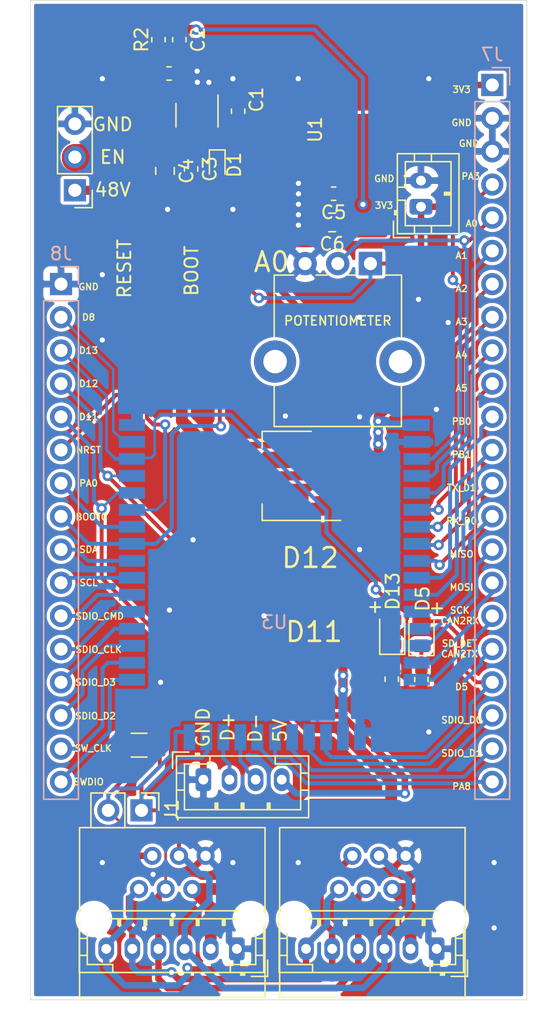
<source format=kicad_pcb>
(kicad_pcb (version 20171130) (host pcbnew "(5.1.5)-3")
  (layers (0 F.Cu signal) (31 B.Cu signal) (34 B.Paste user) (35 F.Paste user) (36 B.SilkS user) (37 F.SilkS user) (38 B.Mask user) (39 F.Mask user) (44 Edge.Cuts user))
  (net 0 "")
  (net 1 "Net-(C1-Pad2)")
  (net 2 "Net-(C1-Pad1)")
  (net 3 "Net-(C2-Pad2)")
  (net 4 +48V)
  (net 5 GND)
  (net 6 /CAN_H)
  (net 7 /CAN_L)
  (net 8 /EN)
  (net 9 +3V3)
  (net 10 "Net-(J7-Pad4)")
  (net 11 "Net-(J7-Pad5)")
  (net 12 "Net-(J7-Pad6)")
  (net 13 "Net-(J7-Pad7)")
  (net 14 "Net-(J7-Pad8)")
  (net 15 "Net-(J7-Pad9)")
  (net 16 "Net-(J7-Pad10)")
  (net 17 "Net-(J7-Pad11)")
  (net 18 "Net-(J7-Pad12)")
  (net 19 "Net-(J7-Pad13)")
  (net 20 "Net-(J7-Pad14)")
  (net 21 "Net-(J7-Pad15)")
  (net 22 "Net-(J7-Pad16)")
  (net 23 "Net-(J7-Pad17)")
  (net 24 "Net-(J7-Pad18)")
  (net 25 "Net-(J7-Pad20)")
  (net 26 "Net-(J7-Pad21)")
  (net 27 "Net-(J7-Pad22)")
  (net 28 "Net-(J8-Pad2)")
  (net 29 "Net-(J8-Pad4)")
  (net 30 "Net-(J8-Pad5)")
  (net 31 "Net-(J8-Pad6)")
  (net 32 "Net-(J8-Pad7)")
  (net 33 "Net-(J8-Pad8)")
  (net 34 "Net-(J8-Pad9)")
  (net 35 "Net-(J8-Pad10)")
  (net 36 "Net-(J8-Pad11)")
  (net 37 "Net-(J8-Pad12)")
  (net 38 "Net-(J8-Pad13)")
  (net 39 "Net-(J8-Pad14)")
  (net 40 "Net-(J8-Pad15)")
  (net 41 "Net-(J8-Pad16)")
  (net 42 "Net-(J9-Pad2)")
  (net 43 /FD_H)
  (net 44 /FD_L)
  (net 45 /5V)
  (net 46 "Net-(D2-Pad2)")
  (net 47 "Net-(D2-Pad1)")
  (net 48 "Net-(D3-Pad1)")
  (net 49 "Net-(D3-Pad2)")
  (net 50 "Net-(J9-Pad3)")
  (module EvezorLIB:EDGE_STAMP (layer B.Cu) (at 133.17 80 180)
    (fp_text reference U3 (at 0 8.4) (layer B.SilkS) (effects (justify mirror)))
    (fp_text value EDGE_STAMP)
    (pad 43 smd custom (at 10.9 23.5 90) (size 0.9 2) (layers B.Cu B.Paste B.Mask) (net 5 GND) (options (clearance outline) (anchor rect)) (primitives))
    (pad 42 smd custom (at 10.9 22.2 90) (size 0.9 2) (layers B.Cu B.Paste B.Mask) (net 28 "Net-(J8-Pad2)") (options (clearance outline) (anchor rect)) (primitives))
    (pad 41 smd custom (at 10.9 20.9 90) (size 0.9 2) (layers B.Cu B.Paste B.Mask) (net 49 "Net-(D3-Pad2)") (options (clearance outline) (anchor rect)) (primitives))
    (pad 40 smd custom (at 10.9 19.6 90) (size 0.9 2) (layers B.Cu B.Paste B.Mask) (net 29 "Net-(J8-Pad4)") (options (clearance outline) (anchor rect)) (primitives))
    (pad 39 smd custom (at 10.9 18.3 90) (size 0.9 2) (layers B.Cu B.Paste B.Mask) (net 30 "Net-(J8-Pad5)") (options (clearance outline) (anchor rect)) (primitives))
    (pad 38 smd custom (at 10.9 17 90) (size 0.9 2) (layers B.Cu B.Paste B.Mask) (net 31 "Net-(J8-Pad6)") (options (clearance outline) (anchor rect)) (primitives))
    (pad 37 smd custom (at 10.9 15.7 90) (size 0.9 2) (layers B.Cu B.Paste B.Mask) (net 32 "Net-(J8-Pad7)") (options (clearance outline) (anchor rect)) (primitives))
    (pad 36 smd custom (at 10.9 14.4 90) (size 0.9 2) (layers B.Cu B.Paste B.Mask) (net 33 "Net-(J8-Pad8)") (options (clearance outline) (anchor rect)) (primitives))
    (pad 35 smd custom (at 10.9 13.1 90) (size 0.9 2) (layers B.Cu B.Paste B.Mask) (net 34 "Net-(J8-Pad9)") (options (clearance outline) (anchor rect)) (primitives))
    (pad 34 smd custom (at 10.9 11.8 90) (size 0.9 2) (layers B.Cu B.Paste B.Mask) (net 35 "Net-(J8-Pad10)") (options (clearance outline) (anchor rect)) (primitives))
    (pad 33 smd custom (at 10.9 10.5 90) (size 0.9 2) (layers B.Cu B.Paste B.Mask) (net 36 "Net-(J8-Pad11)") (options (clearance outline) (anchor rect)) (primitives))
    (pad 32 smd custom (at 10.9 9.2 90) (size 0.9 2) (layers B.Cu B.Paste B.Mask) (net 37 "Net-(J8-Pad12)") (options (clearance outline) (anchor rect)) (primitives))
    (pad 31 smd custom (at 10.9 7.9 90) (size 0.9 2) (layers B.Cu B.Paste B.Mask) (net 38 "Net-(J8-Pad13)") (options (clearance outline) (anchor rect)) (primitives))
    (pad 30 smd custom (at 10.9 6.6 90) (size 0.9 2) (layers B.Cu B.Paste B.Mask) (net 39 "Net-(J8-Pad14)") (options (clearance outline) (anchor rect)) (primitives))
    (pad 29 smd custom (at 10.9 5.3 90) (size 0.9 2) (layers B.Cu B.Paste B.Mask) (net 40 "Net-(J8-Pad15)") (options (clearance outline) (anchor rect)) (primitives))
    (pad 1 smd custom (at -10.9 23.5 90) (size 0.9 2) (layers B.Cu B.Paste B.Mask) (net 9 +3V3) (options (clearance outline) (anchor rect)) (primitives))
    (pad 2 smd custom (at -10.9 22.2 90) (size 0.9 2) (layers B.Cu B.Paste B.Mask) (net 5 GND) (options (clearance outline) (anchor rect)) (primitives))
    (pad 3 smd custom (at -10.9 20.9 90) (size 0.9 2) (layers B.Cu B.Paste B.Mask) (net 10 "Net-(J7-Pad4)") (options (clearance outline) (anchor rect)) (primitives))
    (pad 4 smd custom (at -10.9 19.6 90) (size 0.9 2) (layers B.Cu B.Paste B.Mask) (net 11 "Net-(J7-Pad5)") (options (clearance outline) (anchor rect)) (primitives))
    (pad 5 smd custom (at -10.9 18.3 90) (size 0.9 2) (layers B.Cu B.Paste B.Mask) (net 12 "Net-(J7-Pad6)") (options (clearance outline) (anchor rect)) (primitives))
    (pad 6 smd custom (at -10.9 17 90) (size 0.9 2) (layers B.Cu B.Paste B.Mask) (net 13 "Net-(J7-Pad7)") (options (clearance outline) (anchor rect)) (primitives))
    (pad 7 smd custom (at -10.9 15.7 90) (size 0.9 2) (layers B.Cu B.Paste B.Mask) (net 14 "Net-(J7-Pad8)") (options (clearance outline) (anchor rect)) (primitives))
    (pad 8 smd custom (at -10.9 14.4 90) (size 0.9 2) (layers B.Cu B.Paste B.Mask) (net 15 "Net-(J7-Pad9)") (options (clearance outline) (anchor rect)) (primitives))
    (pad 9 smd custom (at -10.9 13.1 90) (size 0.9 2) (layers B.Cu B.Paste B.Mask) (net 16 "Net-(J7-Pad10)") (options (clearance outline) (anchor rect)) (primitives))
    (pad 10 smd custom (at -10.9 11.8 90) (size 0.9 2) (layers B.Cu B.Paste B.Mask) (net 17 "Net-(J7-Pad11)") (options (clearance outline) (anchor rect)) (primitives))
    (pad 11 smd custom (at -10.9 10.5 90) (size 0.9 2) (layers B.Cu B.Paste B.Mask) (net 18 "Net-(J7-Pad12)") (options (clearance outline) (anchor rect)) (primitives))
    (pad 12 smd custom (at -10.9 9.2 90) (size 0.9 2) (layers B.Cu B.Paste B.Mask) (net 19 "Net-(J7-Pad13)") (options (clearance outline) (anchor rect)) (primitives))
    (pad 13 smd custom (at -10.9 7.9 90) (size 0.9 2) (layers B.Cu B.Paste B.Mask) (net 20 "Net-(J7-Pad14)") (options (clearance outline) (anchor rect)) (primitives))
    (pad 14 smd custom (at -10.9 6.6 90) (size 0.9 2) (layers B.Cu B.Paste B.Mask) (net 21 "Net-(J7-Pad15)") (options (clearance outline) (anchor rect)) (primitives))
    (pad 15 smd custom (at -10.9 5.3 90) (size 0.9 2) (layers B.Cu B.Paste B.Mask) (net 22 "Net-(J7-Pad16)") (options (clearance outline) (anchor rect)) (primitives))
    (pad 28 smd custom (at 10.9 4 90) (size 0.9 2) (layers B.Cu B.Paste B.Mask) (net 41 "Net-(J8-Pad16)") (options (clearance outline) (anchor rect)) (primitives))
    (pad 16 smd custom (at -10.9 4 90) (size 0.9 2) (layers B.Cu B.Paste B.Mask) (net 23 "Net-(J7-Pad17)") (options (clearance outline) (anchor rect)) (primitives))
    (pad 27 smd custom (at 6.5 -0.4 180) (size 0.9 2) (layers B.Cu B.Paste B.Mask) (net 7 /CAN_L) (options (clearance outline) (anchor rect)) (primitives))
    (pad 26 smd custom (at 5.2 -0.4 180) (size 0.9 2) (layers B.Cu B.Paste B.Mask) (net 6 /CAN_H) (options (clearance outline) (anchor rect)) (primitives))
    (pad 25 smd custom (at 3.9 -0.4 180) (size 0.9 2) (layers B.Cu B.Paste B.Mask) (net 42 "Net-(J9-Pad2)") (options (clearance outline) (anchor rect)) (primitives))
    (pad 24 smd custom (at 2.6 -0.4 180) (size 0.9 2) (layers B.Cu B.Paste B.Mask) (net 50 "Net-(J9-Pad3)") (options (clearance outline) (anchor rect)) (primitives))
    (pad 23 smd custom (at 1.3 -0.4 180) (size 0.9 2) (layers B.Cu B.Paste B.Mask) (net 27 "Net-(J7-Pad22)") (options (clearance outline) (anchor rect)) (primitives))
    (pad 22 smd custom (at -0.06 -0.4 180) (size 0.9 2) (layers B.Cu B.Paste B.Mask) (net 26 "Net-(J7-Pad21)") (options (clearance outline) (anchor rect)) (primitives))
    (pad 21 smd custom (at -1.36 -0.4 180) (size 0.9 2) (layers B.Cu B.Paste B.Mask) (net 25 "Net-(J7-Pad20)") (options (clearance outline) (anchor rect)) (primitives))
    (pad 20 smd custom (at -2.66 -0.4 180) (size 0.9 2) (layers B.Cu B.Paste B.Mask) (net 46 "Net-(D2-Pad2)") (options (clearance outline) (anchor rect)) (primitives))
    (pad 19 smd custom (at -3.96 -0.4 180) (size 0.9 2) (layers B.Cu B.Paste B.Mask) (net 24 "Net-(J7-Pad18)") (options (clearance outline) (anchor rect)) (primitives))
    (pad 18 smd custom (at -5.26 -0.4 180) (size 0.9 2) (layers B.Cu B.Paste B.Mask) (net 9 +3V3) (options (clearance outline) (anchor rect)) (primitives))
    (pad 17 smd custom (at -6.56 -0.4 180) (size 0.9 2) (layers B.Cu B.Paste B.Mask) (net 5 GND) (options (clearance outline) (anchor rect)) (primitives))
  )
  (module Capacitor_SMD:C_0603_1608Metric (layer F.Cu) (at 137.7125 38.8 180)
    (fp_text reference C5 (at 0 -1.43) (layer F.SilkS))
    (fp_text value .1uF)
    (pad 2 smd roundrect (at 0.7875 0 180) (size 0.875 0.95) (layers F.Cu F.Paste F.Mask) (net 5 GND))
    (pad 1 smd roundrect (at -0.7875 0 180) (size 0.875 0.95) (layers F.Cu F.Paste F.Mask) (net 45 /5V))
  )
  (module Capacitor_SMD:C_0805_2012Metric (layer F.Cu) (at 137.6 41 180)
    (fp_text reference C6 (at 0 -1.65) (layer F.SilkS))
    (fp_text value 22uF)
    (pad 2 smd roundrect (at 0.9375 0 180) (size 0.975 1.4) (layers F.Cu F.Paste F.Mask) (net 5 GND))
    (pad 1 smd roundrect (at -0.9375 0 180) (size 0.975 1.4) (layers F.Cu F.Paste F.Mask) (net 45 /5V))
  )
  (module Capacitor_SMD:C_0603_1608Metric (layer F.Cu) (at 130.4 32.4875 90)
    (fp_text reference C1 (at 0.8875 1.4 90) (layer F.SilkS))
    (fp_text value .1uF)
    (pad 2 smd roundrect (at 0.7875 0 90) (size 0.875 0.95) (layers F.Cu F.Paste F.Mask) (net 1 "Net-(C1-Pad2)"))
    (pad 1 smd roundrect (at -0.7875 0 90) (size 0.875 0.95) (layers F.Cu F.Paste F.Mask) (net 2 "Net-(C1-Pad1)"))
  )
  (module Capacitor_SMD:C_0603_1608Metric (layer F.Cu) (at 125.9 27.0125 270)
    (fp_text reference C2 (at 0 -1.43 90) (layer F.SilkS))
    (fp_text value .1uF)
    (pad 2 smd roundrect (at 0.7875 0 270) (size 0.875 0.95) (layers F.Cu F.Paste F.Mask) (net 3 "Net-(C2-Pad2)"))
    (pad 1 smd roundrect (at -0.7875 0 270) (size 0.875 0.95) (layers F.Cu F.Paste F.Mask) (net 45 /5V))
  )
  (module Capacitor_SMD:C_0805_2012Metric (layer F.Cu) (at 124.8 37.0625 270)
    (fp_text reference C4 (at 0 -1.65 90) (layer F.SilkS))
    (fp_text value 4.7uF)
    (pad 2 smd roundrect (at 0.9375 0 270) (size 0.975 1.4) (layers F.Cu F.Paste F.Mask) (net 5 GND))
    (pad 1 smd roundrect (at -0.9375 0 270) (size 0.975 1.4) (layers F.Cu F.Paste F.Mask) (net 4 +48V))
  )
  (module Diode_SMD:D_SOD-523 (layer F.Cu) (at 128.8 36.6 270)
    (fp_text reference D1 (at 0 -1.3 90) (layer F.SilkS))
    (fp_text value D_Schottky)
    (pad 1 smd rect (at -0.7 0 90) (size 0.6 0.7) (layers F.Cu F.Paste F.Mask) (net 2 "Net-(C1-Pad1)"))
    (pad 2 smd rect (at 0.7 0 90) (size 0.6 0.7) (layers F.Cu F.Paste F.Mask) (net 5 GND))
  )
  (module Connector_PinHeader_2.54mm:PinHeader_1x02_P2.54mm_Vertical (layer F.Cu) (at 123 86 270)
    (fp_text reference J1 (at 0 -2.33 90) (layer F.SilkS))
    (fp_text value Conn_01x02)
    (pad 2 thru_hole oval (at 0 2.54 270) (size 1.7 1.7) (drill 1) (layers *.Cu *.Mask) (net 7 /CAN_L))
    (pad 1 thru_hole rect (at 0 0 270) (size 1.7 1.7) (drill 1) (layers *.Cu *.Mask) (net 6 /CAN_H))
  )
  (module EvezorLIB:RJ11_C189747_Horizontal (layer F.Cu) (at 140.679999 92.019999 180)
    (fp_text reference J2)
    (fp_text value RJ11)
    (pad "" np_thru_hole circle (at 6 -2.3) (size 2.3 2.3) (drill 2.3) (layers *.Cu *.Mask))
    (pad "" np_thru_hole circle (at -6 -2.3 180) (size 2.3 2.3) (drill 2.3) (layers *.Cu *.Mask))
    (pad 5 thru_hole circle (at 1.53 2.54 180) (size 1.39 1.39) (drill 0.79) (layers *.Cu *.Mask) (net 43 /FD_H))
    (pad 3 thru_hole circle (at -0.51 2.54 180) (size 1.39 1.39) (drill 0.79) (layers *.Cu *.Mask) (net 6 /CAN_H))
    (pad 1 thru_hole circle (at -2.55 2.54 180) (size 1.39 1.39) (drill 0.79) (layers *.Cu *.Mask) (net 5 GND))
    (pad 6 thru_hole circle (at 2.55 0 180) (size 1.39 1.39) (drill 0.79) (layers *.Cu *.Mask) (net 44 /FD_L))
    (pad 4 thru_hole circle (at 0.51 0 180) (size 1.39 1.39) (drill 0.79) (layers *.Cu *.Mask) (net 7 /CAN_L))
    (pad 2 thru_hole circle (at -1.53 0 180) (size 1.39 1.39) (drill 0.79) (layers *.Cu *.Mask) (net 4 +48V))
  )
  (module EvezorLIB:RJ11_C189747_Horizontal (layer F.Cu) (at 125.359999 92.019999 180)
    (fp_text reference J3)
    (fp_text value RJ11)
    (pad "" np_thru_hole circle (at 6 -2.3) (size 2.3 2.3) (drill 2.3) (layers *.Cu *.Mask))
    (pad "" np_thru_hole circle (at -6 -2.3 180) (size 2.3 2.3) (drill 2.3) (layers *.Cu *.Mask))
    (pad 5 thru_hole circle (at 1.53 2.54 180) (size 1.39 1.39) (drill 0.79) (layers *.Cu *.Mask) (net 43 /FD_H))
    (pad 3 thru_hole circle (at -0.51 2.54 180) (size 1.39 1.39) (drill 0.79) (layers *.Cu *.Mask) (net 6 /CAN_H))
    (pad 1 thru_hole circle (at -2.55 2.54 180) (size 1.39 1.39) (drill 0.79) (layers *.Cu *.Mask) (net 5 GND))
    (pad 6 thru_hole circle (at 2.55 0 180) (size 1.39 1.39) (drill 0.79) (layers *.Cu *.Mask) (net 44 /FD_L))
    (pad 4 thru_hole circle (at 0.51 0 180) (size 1.39 1.39) (drill 0.79) (layers *.Cu *.Mask) (net 7 /CAN_L))
    (pad 2 thru_hole circle (at -1.53 0 180) (size 1.39 1.39) (drill 0.79) (layers *.Cu *.Mask) (net 4 +48V))
  )
  (module Connector_JST:JST_PH_B6B-PH-K_1x06_P2.00mm_Vertical (layer F.Cu) (at 145.6 96.6 180)
    (fp_text reference J4)
    (fp_text value PH)
    (pad 6 thru_hole oval (at 10 0 180) (size 1.2 1.75) (drill 0.75) (layers *.Cu *.Mask) (net 44 /FD_L))
    (pad 5 thru_hole oval (at 8 0 180) (size 1.2 1.75) (drill 0.75) (layers *.Cu *.Mask) (net 43 /FD_H))
    (pad 4 thru_hole oval (at 6 0 180) (size 1.2 1.75) (drill 0.75) (layers *.Cu *.Mask) (net 7 /CAN_L))
    (pad 3 thru_hole oval (at 4 0 180) (size 1.2 1.75) (drill 0.75) (layers *.Cu *.Mask) (net 6 /CAN_H))
    (pad 2 thru_hole oval (at 2 0 180) (size 1.2 1.75) (drill 0.75) (layers *.Cu *.Mask) (net 4 +48V))
    (pad 1 thru_hole roundrect (at 0 0 180) (size 1.2 1.75) (drill 0.75) (layers *.Cu *.Mask) (roundrect_rratio 0.208333) (net 5 GND))
  )
  (module Connector_JST:JST_PH_B6B-PH-K_1x06_P2.00mm_Vertical (layer F.Cu) (at 130.3 96.6 180)
    (fp_text reference J5)
    (fp_text value PH)
    (pad 6 thru_hole oval (at 10 0 180) (size 1.2 1.75) (drill 0.75) (layers *.Cu *.Mask) (net 44 /FD_L))
    (pad 5 thru_hole oval (at 8 0 180) (size 1.2 1.75) (drill 0.75) (layers *.Cu *.Mask) (net 43 /FD_H))
    (pad 4 thru_hole oval (at 6 0 180) (size 1.2 1.75) (drill 0.75) (layers *.Cu *.Mask) (net 7 /CAN_L))
    (pad 3 thru_hole oval (at 4 0 180) (size 1.2 1.75) (drill 0.75) (layers *.Cu *.Mask) (net 6 /CAN_H))
    (pad 2 thru_hole oval (at 2 0 180) (size 1.2 1.75) (drill 0.75) (layers *.Cu *.Mask) (net 4 +48V))
    (pad 1 thru_hole roundrect (at 0 0 180) (size 1.2 1.75) (drill 0.75) (layers *.Cu *.Mask) (roundrect_rratio 0.208333) (net 5 GND))
  )
  (module Connector_PinHeader_2.54mm:PinHeader_1x03_P2.54mm_Vertical (layer F.Cu) (at 117.9 38.54 180)
    (fp_text reference J6)
    (fp_text value Conn_01x03)
    (pad 3 thru_hole oval (at 0 5.08 180) (size 1.7 1.7) (drill 1) (layers *.Cu *.Mask) (net 5 GND))
    (pad 2 thru_hole oval (at 0 2.54 180) (size 1.7 1.7) (drill 1) (layers *.Cu *.Mask) (net 8 /EN))
    (pad 1 thru_hole rect (at 0 0 180) (size 1.7 1.7) (drill 1) (layers *.Cu *.Mask) (net 4 +48V))
  )
  (module Connector_PinHeader_2.54mm:PinHeader_1x22_P2.54mm_Vertical (layer B.Cu) (at 149.86 30.48 180)
    (fp_text reference J7 (at 0 2.33) (layer B.SilkS) (effects (justify mirror)))
    (fp_text value Conn_01x22)
    (pad 22 thru_hole oval (at 0 -53.34 180) (size 1.7 1.7) (drill 1) (layers *.Cu *.Mask) (net 27 "Net-(J7-Pad22)"))
    (pad 21 thru_hole oval (at 0 -50.8 180) (size 1.7 1.7) (drill 1) (layers *.Cu *.Mask) (net 26 "Net-(J7-Pad21)"))
    (pad 20 thru_hole oval (at 0 -48.26 180) (size 1.7 1.7) (drill 1) (layers *.Cu *.Mask) (net 25 "Net-(J7-Pad20)"))
    (pad 19 thru_hole oval (at 0 -45.72 180) (size 1.7 1.7) (drill 1) (layers *.Cu *.Mask) (net 46 "Net-(D2-Pad2)"))
    (pad 18 thru_hole oval (at 0 -43.18 180) (size 1.7 1.7) (drill 1) (layers *.Cu *.Mask) (net 24 "Net-(J7-Pad18)"))
    (pad 17 thru_hole oval (at 0 -40.64 180) (size 1.7 1.7) (drill 1) (layers *.Cu *.Mask) (net 23 "Net-(J7-Pad17)"))
    (pad 16 thru_hole oval (at 0 -38.1 180) (size 1.7 1.7) (drill 1) (layers *.Cu *.Mask) (net 22 "Net-(J7-Pad16)"))
    (pad 15 thru_hole oval (at 0 -35.56 180) (size 1.7 1.7) (drill 1) (layers *.Cu *.Mask) (net 21 "Net-(J7-Pad15)"))
    (pad 14 thru_hole oval (at 0 -33.02 180) (size 1.7 1.7) (drill 1) (layers *.Cu *.Mask) (net 20 "Net-(J7-Pad14)"))
    (pad 13 thru_hole oval (at 0 -30.48 180) (size 1.7 1.7) (drill 1) (layers *.Cu *.Mask) (net 19 "Net-(J7-Pad13)"))
    (pad 12 thru_hole oval (at 0 -27.94 180) (size 1.7 1.7) (drill 1) (layers *.Cu *.Mask) (net 18 "Net-(J7-Pad12)"))
    (pad 11 thru_hole oval (at 0 -25.4 180) (size 1.7 1.7) (drill 1) (layers *.Cu *.Mask) (net 17 "Net-(J7-Pad11)"))
    (pad 10 thru_hole oval (at 0 -22.86 180) (size 1.7 1.7) (drill 1) (layers *.Cu *.Mask) (net 16 "Net-(J7-Pad10)"))
    (pad 9 thru_hole oval (at 0 -20.32 180) (size 1.7 1.7) (drill 1) (layers *.Cu *.Mask) (net 15 "Net-(J7-Pad9)"))
    (pad 8 thru_hole oval (at 0 -17.78 180) (size 1.7 1.7) (drill 1) (layers *.Cu *.Mask) (net 14 "Net-(J7-Pad8)"))
    (pad 7 thru_hole oval (at 0 -15.24 180) (size 1.7 1.7) (drill 1) (layers *.Cu *.Mask) (net 13 "Net-(J7-Pad7)"))
    (pad 6 thru_hole oval (at 0 -12.7 180) (size 1.7 1.7) (drill 1) (layers *.Cu *.Mask) (net 12 "Net-(J7-Pad6)"))
    (pad 5 thru_hole oval (at 0 -10.16 180) (size 1.7 1.7) (drill 1) (layers *.Cu *.Mask) (net 11 "Net-(J7-Pad5)"))
    (pad 4 thru_hole oval (at 0 -7.62 180) (size 1.7 1.7) (drill 1) (layers *.Cu *.Mask) (net 10 "Net-(J7-Pad4)"))
    (pad 3 thru_hole oval (at 0 -5.08 180) (size 1.7 1.7) (drill 1) (layers *.Cu *.Mask) (net 5 GND))
    (pad 2 thru_hole oval (at 0 -2.54 180) (size 1.7 1.7) (drill 1) (layers *.Cu *.Mask) (net 5 GND))
    (pad 1 thru_hole rect (at 0 0 180) (size 1.7 1.7) (drill 1) (layers *.Cu *.Mask) (net 9 +3V3))
  )
  (module Connector_PinHeader_2.54mm:PinHeader_1x16_P2.54mm_Vertical (layer B.Cu) (at 116.84 45.72 180)
    (fp_text reference J8 (at 0 2.33) (layer B.SilkS) (effects (justify mirror)))
    (fp_text value Conn_01x16)
    (pad 16 thru_hole oval (at 0 -38.1 180) (size 1.7 1.7) (drill 1) (layers *.Cu *.Mask) (net 41 "Net-(J8-Pad16)"))
    (pad 15 thru_hole oval (at 0 -35.56 180) (size 1.7 1.7) (drill 1) (layers *.Cu *.Mask) (net 40 "Net-(J8-Pad15)"))
    (pad 14 thru_hole oval (at 0 -33.02 180) (size 1.7 1.7) (drill 1) (layers *.Cu *.Mask) (net 39 "Net-(J8-Pad14)"))
    (pad 13 thru_hole oval (at 0 -30.48 180) (size 1.7 1.7) (drill 1) (layers *.Cu *.Mask) (net 38 "Net-(J8-Pad13)"))
    (pad 12 thru_hole oval (at 0 -27.94 180) (size 1.7 1.7) (drill 1) (layers *.Cu *.Mask) (net 37 "Net-(J8-Pad12)"))
    (pad 11 thru_hole oval (at 0 -25.4 180) (size 1.7 1.7) (drill 1) (layers *.Cu *.Mask) (net 36 "Net-(J8-Pad11)"))
    (pad 10 thru_hole oval (at 0 -22.86 180) (size 1.7 1.7) (drill 1) (layers *.Cu *.Mask) (net 35 "Net-(J8-Pad10)"))
    (pad 9 thru_hole oval (at 0 -20.32 180) (size 1.7 1.7) (drill 1) (layers *.Cu *.Mask) (net 34 "Net-(J8-Pad9)"))
    (pad 8 thru_hole oval (at 0 -17.78 180) (size 1.7 1.7) (drill 1) (layers *.Cu *.Mask) (net 33 "Net-(J8-Pad8)"))
    (pad 7 thru_hole oval (at 0 -15.24 180) (size 1.7 1.7) (drill 1) (layers *.Cu *.Mask) (net 32 "Net-(J8-Pad7)"))
    (pad 6 thru_hole oval (at 0 -12.7 180) (size 1.7 1.7) (drill 1) (layers *.Cu *.Mask) (net 31 "Net-(J8-Pad6)"))
    (pad 5 thru_hole oval (at 0 -10.16 180) (size 1.7 1.7) (drill 1) (layers *.Cu *.Mask) (net 30 "Net-(J8-Pad5)"))
    (pad 4 thru_hole oval (at 0 -7.62 180) (size 1.7 1.7) (drill 1) (layers *.Cu *.Mask) (net 29 "Net-(J8-Pad4)"))
    (pad 3 thru_hole oval (at 0 -5.08 180) (size 1.7 1.7) (drill 1) (layers *.Cu *.Mask) (net 49 "Net-(D3-Pad2)"))
    (pad 2 thru_hole oval (at 0 -2.54 180) (size 1.7 1.7) (drill 1) (layers *.Cu *.Mask) (net 28 "Net-(J8-Pad2)"))
    (pad 1 thru_hole rect (at 0 0 180) (size 1.7 1.7) (drill 1) (layers *.Cu *.Mask) (net 5 GND))
  )
  (module EvezorLIB:INDUCTOR_22uH_GCDA0650-220MC (layer F.Cu) (at 136.275 34)
    (fp_text reference L1)
    (fp_text value 22uH)
    (pad 2 smd rect (at 2.975 0) (size 2.45 2.5) (layers F.Cu F.Paste F.Mask) (net 45 /5V))
    (pad 1 smd rect (at -2.975 0) (size 2.45 2.5) (layers F.Cu F.Paste F.Mask) (net 2 "Net-(C1-Pad1)"))
  )
  (module Resistor_SMD:R_0603_1608Metric (layer F.Cu) (at 125.1125 29.6)
    (fp_text reference R1)
    (fp_text value 15k)
    (pad 2 smd roundrect (at 0.7875 0) (size 0.875 0.95) (layers F.Cu F.Paste F.Mask) (net 3 "Net-(C2-Pad2)"))
    (pad 1 smd roundrect (at -0.7875 0) (size 0.875 0.95) (layers F.Cu F.Paste F.Mask) (net 5 GND))
  )
  (module Resistor_SMD:R_0603_1608Metric (layer F.Cu) (at 124.3 27.0125 270)
    (fp_text reference R2 (at 0 1.3 90) (layer F.SilkS))
    (fp_text value 82k)
    (pad 2 smd roundrect (at 0.7875 0 270) (size 0.875 0.95) (layers F.Cu F.Paste F.Mask) (net 3 "Net-(C2-Pad2)"))
    (pad 1 smd roundrect (at -0.7875 0 270) (size 0.875 0.95) (layers F.Cu F.Paste F.Mask) (net 45 /5V))
  )
  (module Resistor_SMD:R_1206_3216Metric (layer F.Cu) (at 122.82 81.01)
    (fp_text reference R3)
    (fp_text value 120)
    (pad 2 smd roundrect (at 1.4 0) (size 1.25 1.75) (layers F.Cu F.Paste F.Mask) (roundrect_rratio 0.2) (net 6 /CAN_H))
    (pad 1 smd roundrect (at -1.4 0) (size 1.25 1.75) (layers F.Cu F.Paste F.Mask) (roundrect_rratio 0.2) (net 7 /CAN_L))
  )
  (module Package_TO_SOT_SMD:SOT-23-6 (layer F.Cu) (at 127.25 32.8 270)
    (fp_text reference U1 (at 1.1 -9.05 90) (layer F.SilkS))
    (fp_text value V_REG)
    (pad 5 smd rect (at 1.1 0 270) (size 1.06 0.65) (layers F.Cu F.Paste F.Mask) (net 4 +48V))
    (pad 6 smd rect (at 1.1 -0.95 270) (size 1.06 0.65) (layers F.Cu F.Paste F.Mask) (net 2 "Net-(C1-Pad1)"))
    (pad 4 smd rect (at 1.1 0.95 270) (size 1.06 0.65) (layers F.Cu F.Paste F.Mask) (net 8 /EN))
    (pad 3 smd rect (at -1.1 0.95 270) (size 1.06 0.65) (layers F.Cu F.Paste F.Mask) (net 3 "Net-(C2-Pad2)"))
    (pad 2 smd rect (at -1.1 0 270) (size 1.06 0.65) (layers F.Cu F.Paste F.Mask) (net 5 GND))
    (pad 1 smd rect (at -1.1 -0.95 270) (size 1.06 0.65) (layers F.Cu F.Paste F.Mask) (net 1 "Net-(C1-Pad2)"))
  )
  (module Package_TO_SOT_SMD:SOT-223-3_TabPin2 (layer F.Cu) (at 134.15 60.4 180)
    (fp_text reference U2)
    (fp_text value AMS1117-3.3)
    (pad 1 smd rect (at -3.15 -2.3 180) (size 2 1.5) (layers F.Cu F.Paste F.Mask) (net 5 GND))
    (pad 3 smd rect (at -3.15 2.3 180) (size 2 1.5) (layers F.Cu F.Paste F.Mask) (net 45 /5V))
    (pad 2 smd rect (at -3.15 0 180) (size 2 1.5) (layers F.Cu F.Paste F.Mask) (net 9 +3V3))
    (pad 2 smd rect (at 3.15 0 180) (size 2 3.8) (layers F.Cu F.Paste F.Mask) (net 9 +3V3))
  )
  (module Connector_JST:JST_PH_B2B-PH-K_1x02_P2.00mm_Vertical (layer F.Cu) (at 144.4 39.8 90)
    (fp_text reference J10)
    (fp_text value Conn_01x02)
    (pad 2 thru_hole oval (at 2 0 90) (size 1.2 1.75) (drill 0.75) (layers *.Cu *.Mask) (net 5 GND))
    (pad 1 thru_hole roundrect (at 0 0 90) (size 1.2 1.75) (drill 0.75) (layers *.Cu *.Mask) (roundrect_rratio 0.208333) (net 9 +3V3))
  )
  (module Capacitor_SMD:C_0603_1608Metric (layer F.Cu) (at 126.8 36.9125 270)
    (fp_text reference C3 (at 0 -1.43 90) (layer F.SilkS))
    (fp_text value .1uF)
    (pad 2 smd roundrect (at 0.7875 0 270) (size 0.875 0.95) (layers F.Cu F.Paste F.Mask) (net 5 GND))
    (pad 1 smd roundrect (at -0.7875 0 270) (size 0.875 0.95) (layers F.Cu F.Paste F.Mask) (net 4 +48V))
  )
  (module Potentiometer_THT:Potentiometer_Alpha_RD901F-40-00D_Single_Vertical_CircularHoles (layer F.Cu) (at 140.53 44.15 270)
    (fp_text reference RV1)
    (fp_text value R_POT)
    (pad "" thru_hole circle (at 7.5 -2.3) (size 3.24 3.24) (drill 1.8) (layers *.Cu *.Mask))
    (pad "" thru_hole circle (at 7.5 7.3) (size 3.24 3.24) (drill 1.8) (layers *.Cu *.Mask))
    (pad 3 thru_hole circle (at 0 5) (size 1.8 1.8) (drill 1) (layers *.Cu *.Mask) (net 5 GND))
    (pad 2 thru_hole circle (at 0 2.5) (size 1.8 1.8) (drill 1) (layers *.Cu *.Mask) (net 11 "Net-(J7-Pad5)"))
    (pad 1 thru_hole rect (at 0 0) (size 1.8 1.8) (drill 1) (layers *.Cu *.Mask) (net 9 +3V3))
  )
  (module LED_SMD:LED_0805_2012Metric (layer F.Cu) (at 144.44 72.4675 90)
    (fp_text reference D2)
    (fp_text value LED)
    (pad 2 smd roundrect (at 0.9375 0 90) (size 0.975 1.4) (layers F.Cu F.Paste F.Mask) (net 46 "Net-(D2-Pad2)"))
    (pad 1 smd roundrect (at -0.9375 0 90) (size 0.975 1.4) (layers F.Cu F.Paste F.Mask) (net 47 "Net-(D2-Pad1)"))
  )
  (module LED_SMD:LED_0805_2012Metric (layer F.Cu) (at 142.2 72.3725 90)
    (fp_text reference D3)
    (fp_text value LED)
    (pad 2 smd roundrect (at 0.9375 0 90) (size 0.975 1.4) (layers F.Cu F.Paste F.Mask) (net 49 "Net-(D3-Pad2)"))
    (pad 1 smd roundrect (at -0.9375 0 90) (size 0.975 1.4) (layers F.Cu F.Paste F.Mask) (net 48 "Net-(D3-Pad1)"))
  )
  (module Resistor_SMD:R_0603_1608Metric (layer F.Cu) (at 144.43 75.9775 90)
    (fp_text reference R4)
    (fp_text value 15k)
    (pad 2 smd roundrect (at 0.7875 0 90) (size 0.875 0.95) (layers F.Cu F.Paste F.Mask) (net 47 "Net-(D2-Pad1)"))
    (pad 1 smd roundrect (at -0.7875 0 90) (size 0.875 0.95) (layers F.Cu F.Paste F.Mask) (net 5 GND))
  )
  (module Resistor_SMD:R_0603_1608Metric (layer F.Cu) (at 142.1625 75.96 90)
    (fp_text reference R5)
    (fp_text value 15k)
    (pad 2 smd roundrect (at 0.7875 0 90) (size 0.875 0.95) (layers F.Cu F.Paste F.Mask) (net 48 "Net-(D3-Pad1)"))
    (pad 1 smd roundrect (at -0.7875 0 90) (size 0.875 0.95) (layers F.Cu F.Paste F.Mask) (net 5 GND))
  )
  (module Connector_JST:JST_PH_B4B-PH-K_1x04_P2.00mm_Vertical (layer F.Cu) (at 127.74 83.65)
    (fp_text reference J9)
    (fp_text value Conn_01x04)
    (pad 4 thru_hole oval (at 6 0) (size 1.2 1.75) (drill 0.75) (layers *.Cu *.Mask) (net 45 /5V))
    (pad 3 thru_hole oval (at 4 0) (size 1.2 1.75) (drill 0.75) (layers *.Cu *.Mask) (net 50 "Net-(J9-Pad3)"))
    (pad 2 thru_hole oval (at 2 0) (size 1.2 1.75) (drill 0.75) (layers *.Cu *.Mask) (net 42 "Net-(J9-Pad2)"))
    (pad 1 thru_hole roundrect (at 0 0) (size 1.2 1.75) (drill 0.75) (layers *.Cu *.Mask) (roundrect_rratio 0.208333) (net 5 GND))
  )
  (module EvezorLIB:SWITCH_2x3_SMD_TACTILE_GREEN (layer F.Cu) (at 123.5 50.35 90)
    (fp_text reference SW1)
    (fp_text value RESET)
    (pad 2 smd rect (at 3.85 0 90) (size 1.5 1.2) (layers F.Cu F.Paste F.Mask) (net 5 GND))
    (pad 1 smd rect (at -3.85 0 90) (size 1.5 1.2) (layers F.Cu F.Paste F.Mask) (net 31 "Net-(J8-Pad6)"))
  )
  (module EvezorLIB:SWITCH_2x3_SMD_TACTILE_GREEN (layer F.Cu) (at 129 49.35 90)
    (fp_text reference SW2)
    (fp_text value BOOT)
    (pad 2 smd rect (at 3.85 0 90) (size 1.5 1.2) (layers F.Cu F.Paste F.Mask) (net 9 +3V3))
    (pad 1 smd rect (at -3.85 0 90) (size 1.5 1.2) (layers F.Cu F.Paste F.Mask) (net 33 "Net-(J8-Pad8)"))
  )
  (module EvezorLIB:SWITCH_2x3_SMD_TACTILE_GREEN (layer F.Cu) (at 130.5 68.5)
    (fp_text reference SW3)
    (fp_text value D12)
    (pad 2 smd rect (at 3.85 0) (size 1.5 1.2) (layers F.Cu F.Paste F.Mask) (net 5 GND))
    (pad 1 smd rect (at -3.85 0) (size 1.5 1.2) (layers F.Cu F.Paste F.Mask) (net 29 "Net-(J8-Pad4)"))
  )
  (module EvezorLIB:SWITCH_2x3_SMD_TACTILE_GREEN (layer F.Cu) (at 130.81 74.21)
    (fp_text reference SW4)
    (fp_text value D11)
    (pad 2 smd rect (at 3.85 0) (size 1.5 1.2) (layers F.Cu F.Paste F.Mask) (net 5 GND))
    (pad 1 smd rect (at -3.85 0) (size 1.5 1.2) (layers F.Cu F.Paste F.Mask) (net 30 "Net-(J8-Pad5)"))
  )
  (gr_text 3V3 (at 141.57 39.7) (layer F.SilkS) (effects (font (size 0.5 0.5) (thickness 0.1))))
  (gr_text "GND\n" (at 141.59 37.65) (layer F.SilkS) (effects (font (size 0.5 0.5) (thickness 0.1))))
  (gr_text "D12\n\n" (at 135.92 67.88) (layer F.SilkS) (effects (font (size 1.5 1.5) (thickness 0.2))))
  (gr_text "D11\n" (at 136.21 72.34) (layer F.SilkS) (effects (font (size 1.5 1.5) (thickness 0.2))))
  (gr_text "A0\n" (at 132.96 44.03) (layer F.SilkS) (effects (font (size 1.5 1.5) (thickness 0.2))))
  (gr_text "D13\n" (at 142.24 69.23 90) (layer F.SilkS) (effects (font (size 1 1))))
  (gr_text "D5\n" (at 144.53 69.8 90) (layer F.SilkS) (effects (font (size 1 1))))
  (gr_text + (at 145.63 70.47) (layer F.SilkS) (effects (font (size 1 1))))
  (gr_text + (at 140.89 70.37) (layer F.SilkS) (effects (font (size 1 1))))
  (gr_text "5V\n" (at 133.61 79.89 90) (layer F.SilkS) (effects (font (size 1 1))))
  (gr_text "3V3\n" (at 147.51 30.8275) (layer F.SilkS) (effects (font (size 0.5 0.5) (thickness 0.1))))
  (gr_text "A0\n" (at 148.29 41.08) (layer F.SilkS) (effects (font (size 0.5 0.5) (thickness 0.1))))
  (gr_text "PA3\n" (at 148.21 37.47) (layer F.SilkS) (effects (font (size 0.5 0.5) (thickness 0.1))))
  (gr_text "A1\n" (at 147.51 43.5275) (layer F.SilkS) (effects (font (size 0.5 0.5) (thickness 0.1))))
  (gr_text "GND\n" (at 147.51 33.3675) (layer F.SilkS) (effects (font (size 0.5 0.5) (thickness 0.1))))
  (gr_text "GND\n" (at 148.07 34.96) (layer F.SilkS) (effects (font (size 0.5 0.5) (thickness 0.1))))
  (gr_text "A2\n" (at 147.51 46.0675) (layer F.SilkS) (effects (font (size 0.5 0.5) (thickness 0.1))))
  (gr_text "PB1\n" (at 147.51 58.7675) (layer F.SilkS) (effects (font (size 0.5 0.5) (thickness 0.1))))
  (gr_text A5 (at 147.51 53.6875) (layer F.SilkS) (effects (font (size 0.5 0.5) (thickness 0.1))))
  (gr_text "PB0\n" (at 147.51 56.2275) (layer F.SilkS) (effects (font (size 0.5 0.5) (thickness 0.1))))
  (gr_text "RX_D0\n" (at 147.51 63.8475) (layer F.SilkS) (effects (font (size 0.5 0.5) (thickness 0.1))))
  (gr_text "A3\n" (at 147.51 48.6075) (layer F.SilkS) (effects (font (size 0.5 0.5) (thickness 0.1))))
  (gr_text "TX_D1\n" (at 147.51 61.3075) (layer F.SilkS) (effects (font (size 0.5 0.5) (thickness 0.1))))
  (gr_text "A4\n" (at 147.51 51.1475) (layer F.SilkS) (effects (font (size 0.5 0.5) (thickness 0.1))))
  (gr_text "SDIO_D0\n" (at 147.51 79.0875) (layer F.SilkS) (effects (font (size 0.5 0.5) (thickness 0.1))))
  (gr_text "MISO\n" (at 147.51 66.3875) (layer F.SilkS) (effects (font (size 0.5 0.5) (thickness 0.1))))
  (gr_text PA8 (at 147.51 84.1675) (layer F.SilkS) (effects (font (size 0.5 0.5) (thickness 0.1))))
  (gr_text SDIO_D1 (at 147.51 81.6275) (layer F.SilkS) (effects (font (size 0.5 0.5) (thickness 0.1))))
  (gr_text "SCK\nCAN2RX" (at 147.37 71.09) (layer F.SilkS) (effects (font (size 0.5 0.5) (thickness 0.1))))
  (gr_text "MOSI\n" (at 147.51 68.9275) (layer F.SilkS) (effects (font (size 0.5 0.5) (thickness 0.1))))
  (gr_text "SD_DET\nCAN2TX\n\n" (at 147.35 74.03) (layer F.SilkS) (effects (font (size 0.5 0.5) (thickness 0.1))))
  (gr_text D5 (at 147.51 76.5475) (layer F.SilkS) (effects (font (size 0.5 0.5) (thickness 0.1))))
  (gr_text "SWDIO\n" (at 118.95 83.82) (layer F.SilkS) (effects (font (size 0.5 0.5) (thickness 0.1))))
  (gr_text "SW_CLK\n" (at 119.3 81.25) (layer F.SilkS) (effects (font (size 0.5 0.5) (thickness 0.1))))
  (gr_text "SDIO_D2\n" (at 119.48 78.78) (layer F.SilkS) (effects (font (size 0.5 0.5) (thickness 0.1))))
  (gr_text "SDIO_D3\n" (at 119.48 76.2) (layer F.SilkS) (effects (font (size 0.5 0.5) (thickness 0.1))))
  (gr_text "SDIO_CLK\n" (at 119.72 73.69) (layer F.SilkS) (effects (font (size 0.5 0.5) (thickness 0.1))))
  (gr_text "SDIO_CMD\n" (at 119.8 71.14) (layer F.SilkS) (effects (font (size 0.5 0.5) (thickness 0.1))))
  (gr_text SCL (at 118.95 68.58) (layer F.SilkS) (effects (font (size 0.5 0.5) (thickness 0.1))))
  (gr_text SDA (at 118.95 66.04) (layer F.SilkS) (effects (font (size 0.5 0.5) (thickness 0.1))))
  (gr_text BOOT0 (at 119.17 63.54) (layer F.SilkS) (effects (font (size 0.5 0.5) (thickness 0.1))))
  (gr_text "PA0\n" (at 118.95 60.96) (layer F.SilkS) (effects (font (size 0.5 0.5) (thickness 0.1))))
  (gr_text NRST (at 118.95 58.42) (layer F.SilkS) (effects (font (size 0.5 0.5) (thickness 0.1))))
  (gr_text "D11\n" (at 118.95 55.88) (layer F.SilkS) (effects (font (size 0.5 0.5) (thickness 0.1))))
  (gr_text "D12\n" (at 118.95 53.34) (layer F.SilkS) (effects (font (size 0.5 0.5) (thickness 0.1))))
  (gr_text D13 (at 118.95 50.8) (layer F.SilkS) (effects (font (size 0.5 0.5) (thickness 0.1))))
  (gr_text D8 (at 118.95 48.26) (layer F.SilkS) (effects (font (size 0.5 0.5) (thickness 0.1))))
  (gr_text "GND\n" (at 118.95 45.93) (layer F.SilkS) (effects (font (size 0.5 0.5) (thickness 0.1))))
  (gr_text "POTENTIOMETER\n" (at 138.03 48.53) (layer F.SilkS) (effects (font (size 0.7 0.7) (thickness 0.12))))
  (gr_text "D+\n" (at 129.6 79.6 90) (layer F.SilkS) (effects (font (size 1 1))))
  (gr_text "D-\n" (at 131.7 79.7 90) (layer F.SilkS) (effects (font (size 1 1))))
  (gr_text "GND\n" (at 127.71 79.65 90) (layer F.SilkS) (effects (font (size 1 1))))
  (gr_text "48V\n" (at 120.8 38.5) (layer F.SilkS) (effects (font (size 1 1))))
  (gr_text "EN\n" (at 120.8 36) (layer F.SilkS) (effects (font (size 1 1))))
  (gr_text "GND\n" (at 120.8 33.5) (layer F.SilkS) (effects (font (size 1 1))))
  (gr_text "BOOT\n" (at 126.83 44.71 90) (layer F.SilkS) (effects (font (size 1 1))))
  (gr_text "RESET\n" (at 121.69 44.54 90) (layer F.SilkS) (effects (font (size 1 1))))
  (gr_line (start 152.5 100.5) (end 114.5 100.5) (layer Edge.Cuts) (width 0.05))
  (gr_line (start 152.5 24) (end 152.5 100.5) (layer Edge.Cuts) (width 0.05))
  (gr_line (start 114.5 24) (end 152.5 24) (layer Edge.Cuts) (width 0.05))
  (gr_line (start 114.5 100.5) (end 114.5 24) (layer Edge.Cuts) (width 0.05))
  (segment (start 128.2 31.7) (end 130.4 31.7) (width 0.7) (layer F.Cu) (net 1))
  (segment (start 128.2 33.9) (end 128.2 34.8) (width 0.7) (layer F.Cu) (net 2))
  (segment (start 128.2 34.8) (end 128.7 35.3) (width 0.7) (layer F.Cu) (net 2))
  (segment (start 128.7 35.8) (end 128.8 35.9) (width 0.7) (layer F.Cu) (net 2))
  (segment (start 128.7 35.3) (end 128.7 35.8) (width 0.7) (layer F.Cu) (net 2))
  (segment (start 128.2 33.9) (end 128.2 33.5) (width 0.7) (layer F.Cu) (net 2))
  (segment (start 128.425 33.275) (end 130.4 33.275) (width 0.7) (layer F.Cu) (net 2))
  (segment (start 128.2 33.5) (end 128.425 33.275) (width 0.7) (layer F.Cu) (net 2))
  (segment (start 132.575 33.275) (end 133.3 34) (width 0.7) (layer F.Cu) (net 2))
  (segment (start 130.4 33.275) (end 132.575 33.275) (width 0.7) (layer F.Cu) (net 2))
  (segment (start 128.8 35.9) (end 134 35.9) (width 0.7) (layer F.Cu) (net 2))
  (segment (start 134 34.7) (end 133.3 34) (width 0.7) (layer F.Cu) (net 2))
  (segment (start 134 35.9) (end 134 34.7) (width 0.7) (layer F.Cu) (net 2))
  (segment (start 124.3 27.8) (end 125.9 27.8) (width 0.9) (layer F.Cu) (net 3))
  (segment (start 125.9 27.8) (end 125.9 29.6) (width 0.9) (layer F.Cu) (net 3))
  (segment (start 125.9 29.6) (end 125.9 31.9) (width 0.9) (layer F.Cu) (net 3))
  (segment (start 125.9 29.6) (end 125.9 30.3) (width 0.7) (layer F.Cu) (net 3))
  (segment (start 126.3 30.47) (end 126.3 31.7) (width 0.7) (layer F.Cu) (net 3))
  (segment (start 126.13 30.3) (end 126.3 30.47) (width 0.7) (layer F.Cu) (net 3))
  (segment (start 125.9 30.3) (end 126.13 30.3) (width 0.7) (layer F.Cu) (net 3))
  (segment (start 128.3 93.43) (end 128.3 96.6) (width 0.9) (layer F.Cu) (net 4))
  (segment (start 126.889999 92.019999) (end 128.3 93.43) (width 0.9) (layer F.Cu) (net 4))
  (segment (start 144.3 87.63) (end 145.45 88.78) (width 0.9) (layer F.Cu) (net 4))
  (segment (start 145.45 88.78) (end 145.45 90.59) (width 0.9) (layer F.Cu) (net 4))
  (segment (start 144.020001 92.019999) (end 142.209999 92.019999) (width 0.9) (layer F.Cu) (net 4))
  (segment (start 145.45 90.59) (end 144.020001 92.019999) (width 0.9) (layer F.Cu) (net 4))
  (segment (start 143.6 93.41) (end 143.6 96.6) (width 0.9) (layer F.Cu) (net 4))
  (segment (start 142.209999 92.019999) (end 143.6 93.41) (width 0.9) (layer F.Cu) (net 4))
  (segment (start 124.8 36.125) (end 126.8 36.125) (width 0.9) (layer F.Cu) (net 4))
  (segment (start 127.25 35.675) (end 126.8 36.125) (width 0.7) (layer F.Cu) (net 4))
  (segment (start 127.25 33.9) (end 127.25 35.675) (width 0.7) (layer F.Cu) (net 4))
  (segment (start 123.075 36.125) (end 124.8 36.125) (width 0.9) (layer F.Cu) (net 4))
  (segment (start 121.9 37.3) (end 123.075 36.125) (width 0.9) (layer F.Cu) (net 4))
  (segment (start 119.51 38.6) (end 121.51 38.6) (width 0.7) (layer F.Cu) (net 4))
  (segment (start 119.45 38.54) (end 119.51 38.6) (width 0.7) (layer F.Cu) (net 4))
  (segment (start 117.9 38.54) (end 119.45 38.54) (width 0.7) (layer F.Cu) (net 4))
  (segment (start 121.51 38.6) (end 121.9 37.3) (width 0.9) (layer F.Cu) (net 4))
  (segment (start 142.23 85.56) (end 144.3 87.63) (width 0.9) (layer F.Cu) (net 4))
  (segment (start 136.04 85.56) (end 142.23 85.56) (width 0.9) (layer F.Cu) (net 4))
  (segment (start 126.889999 92.019999) (end 129.580001 92.019999) (width 0.9) (layer F.Cu) (net 4))
  (segment (start 129.580001 92.019999) (end 136.04 85.56) (width 0.9) (layer F.Cu) (net 4))
  (segment (start 123.4 41.4) (end 121.9 39.9) (width 0.9) (layer F.Cu) (net 4))
  (segment (start 124.4 41.4) (end 123.4 41.4) (width 0.9) (layer F.Cu) (net 4))
  (segment (start 135.79 79.64) (end 128.66 72.51) (width 0.9) (layer F.Cu) (net 4))
  (segment (start 138 79.64) (end 135.79 79.64) (width 0.9) (layer F.Cu) (net 4))
  (segment (start 126.09 56.195998) (end 126.09 43.09) (width 0.9) (layer F.Cu) (net 4))
  (segment (start 142.12 83.76) (end 138 79.64) (width 0.9) (layer F.Cu) (net 4))
  (segment (start 144.3 87.63) (end 142.12 85.45) (width 0.9) (layer F.Cu) (net 4))
  (segment (start 142.12 85.45) (end 142.12 83.76) (width 0.9) (layer F.Cu) (net 4))
  (segment (start 127.1 63.55) (end 127.1 57.205998) (width 0.9) (layer F.Cu) (net 4))
  (segment (start 128.66 65.11) (end 127.1 63.55) (width 0.9) (layer F.Cu) (net 4))
  (segment (start 128.66 72.51) (end 128.66 65.11) (width 0.9) (layer F.Cu) (net 4))
  (segment (start 127.1 57.205998) (end 126.09 56.195998) (width 0.9) (layer F.Cu) (net 4))
  (segment (start 121.9 39.9) (end 121.51 38.6) (width 0.9) (layer F.Cu) (net 4))
  (segment (start 126.09 43.09) (end 124.4 41.4) (width 0.9) (layer F.Cu) (net 4))
  (segment (start 139.73 80) (end 141 80) (width 0.7) (layer B.Cu) (net 5))
  (segment (start 139.73 80) (end 139.73 78.23) (width 0.7) (layer B.Cu) (net 5))
  (via (at 135.02 38.01) (size 0.8) (drill 0.4) (layers F.Cu B.Cu) (net 5))
  (via (at 135.02 38.81) (size 0.8) (drill 0.4) (layers F.Cu B.Cu) (net 5))
  (via (at 135.02 39.61) (size 0.8) (drill 0.4) (layers F.Cu B.Cu) (net 5))
  (via (at 135.02 40.41) (size 0.8) (drill 0.4) (layers F.Cu B.Cu) (net 5))
  (via (at 135.02 41.21) (size 0.8) (drill 0.4) (layers F.Cu B.Cu) (net 5))
  (via (at 127.28 30.27) (size 0.8) (drill 0.4) (layers F.Cu B.Cu) (net 5))
  (via (at 127.26 29.42) (size 0.8) (drill 0.4) (layers F.Cu B.Cu) (net 5))
  (via (at 128.16 30.28) (size 0.8) (drill 0.4) (layers F.Cu B.Cu) (net 5))
  (segment (start 129.7 96) (end 129.7 95.18) (width 0.5) (layer B.Cu) (net 5))
  (segment (start 130.3 96.6) (end 129.7 96) (width 0.5) (layer B.Cu) (net 5))
  (segment (start 129.7 95.18) (end 129.43 94.91) (width 0.5) (layer B.Cu) (net 5))
  (segment (start 145.6 96.6) (end 144.97 95.97) (width 0.5) (layer B.Cu) (net 5))
  (segment (start 144.97 95.97) (end 144.97 95.21) (width 0.5) (layer B.Cu) (net 5))
  (via (at 120 30) (size 0.8) (drill 0.4) (layers F.Cu B.Cu) (net 5))
  (via (at 130 30) (size 0.8) (drill 0.4) (layers F.Cu B.Cu) (net 5))
  (via (at 135 30) (size 0.8) (drill 0.4) (layers F.Cu B.Cu) (net 5))
  (via (at 145 30) (size 0.8) (drill 0.4) (layers F.Cu B.Cu) (net 5))
  (via (at 130 40) (size 0.8) (drill 0.4) (layers F.Cu B.Cu) (net 5))
  (via (at 125 40) (size 0.8) (drill 0.4) (layers F.Cu B.Cu) (net 5))
  (via (at 120 45) (size 0.8) (drill 0.4) (layers F.Cu B.Cu) (net 5))
  (via (at 120 50) (size 0.8) (drill 0.4) (layers F.Cu B.Cu) (net 5))
  (via (at 145 80) (size 0.8) (drill 0.4) (layers F.Cu B.Cu) (net 5))
  (via (at 120 90) (size 0.8) (drill 0.4) (layers F.Cu B.Cu) (net 5))
  (via (at 150 90) (size 0.8) (drill 0.4) (layers F.Cu B.Cu) (net 5))
  (via (at 150 95) (size 0.8) (drill 0.4) (layers F.Cu B.Cu) (net 5))
  (via (at 135 90) (size 0.8) (drill 0.4) (layers F.Cu B.Cu) (net 5))
  (via (at 130 90) (size 0.8) (drill 0.4) (layers F.Cu B.Cu) (net 5))
  (via (at 123.23 95.04) (size 0.8) (drill 0.4) (layers F.Cu B.Cu) (net 5))
  (via (at 125.43 94.03) (size 0.8) (drill 0.4) (layers F.Cu B.Cu) (net 5))
  (via (at 123.89 90.9) (size 0.8) (drill 0.4) (layers F.Cu B.Cu) (net 5))
  (via (at 138.59 94.63) (size 0.8) (drill 0.4) (layers F.Cu B.Cu) (net 5))
  (via (at 124.46 76.2) (size 0.8) (drill 0.4) (layers F.Cu B.Cu) (net 5))
  (via (at 139.7 66.04) (size 0.8) (drill 0.4) (layers F.Cu B.Cu) (net 5))
  (via (at 139.7 55.88) (size 0.8) (drill 0.4) (layers F.Cu B.Cu) (net 5))
  (via (at 139.7 48.26) (size 0.8) (drill 0.4) (layers F.Cu B.Cu) (net 5))
  (segment (start 122.67 56.05) (end 122.66 56.04) (width 0.9) (layer B.Cu) (net 5))
  (segment (start 122.67 56.5) (end 122.67 56.05) (width 0.9) (layer B.Cu) (net 5))
  (segment (start 122.66 56.04) (end 122.66 55.22) (width 0.9) (layer B.Cu) (net 5))
  (segment (start 143.67 57.8) (end 145.02 57.8) (width 0.7) (layer B.Cu) (net 5))
  (segment (start 139.7 58.19) (end 139.7 55.88) (width 0.5) (layer B.Cu) (net 5))
  (segment (start 140.46 58.95) (end 139.7 58.19) (width 0.5) (layer B.Cu) (net 5))
  (segment (start 141.52 58.95) (end 140.46 58.95) (width 0.5) (layer B.Cu) (net 5))
  (segment (start 143.67 57.8) (end 142.67 57.8) (width 0.5) (layer B.Cu) (net 5))
  (segment (start 142.67 57.8) (end 141.52 58.95) (width 0.5) (layer B.Cu) (net 5))
  (via (at 145.58 55.31) (size 0.8) (drill 0.4) (layers F.Cu B.Cu) (net 5))
  (via (at 146.48 48.66) (size 0.8) (drill 0.4) (layers F.Cu B.Cu) (net 5))
  (via (at 144.21 46.89) (size 0.8) (drill 0.4) (layers F.Cu B.Cu) (net 5))
  (via (at 132.38 71.11) (size 0.8) (drill 0.4) (layers F.Cu B.Cu) (net 5))
  (via (at 125.14 70.67) (size 0.8) (drill 0.4) (layers F.Cu B.Cu) (net 5))
  (via (at 134.02 55.82) (size 0.8) (drill 0.4) (layers F.Cu B.Cu) (net 5))
  (via (at 126.95 65.29) (size 0.8) (drill 0.4) (layers F.Cu B.Cu) (net 5))
  (segment (start 141.6 97.975) (end 141.6 96.6) (width 0.5) (layer B.Cu) (net 6))
  (segment (start 139.985 99.59) (end 141.6 97.975) (width 0.5) (layer B.Cu) (net 6))
  (segment (start 126.3 96.6) (end 129.29 99.59) (width 0.5) (layer B.Cu) (net 6))
  (segment (start 129.29 99.59) (end 139.985 99.59) (width 0.5) (layer B.Cu) (net 6))
  (segment (start 125.869999 87.609999) (end 125.869999 89.479999) (width 0.3) (layer F.Cu) (net 6))
  (segment (start 123 86) (end 124.26 86) (width 0.3) (layer F.Cu) (net 6))
  (segment (start 124.26 86) (end 125.869999 87.609999) (width 0.3) (layer F.Cu) (net 6))
  (segment (start 123 86) (end 123 84.06) (width 0.3) (layer F.Cu) (net 6))
  (segment (start 124.4 82.66) (end 124.4 81) (width 0.3) (layer F.Cu) (net 6))
  (segment (start 123 84.06) (end 124.4 82.66) (width 0.3) (layer F.Cu) (net 6))
  (segment (start 128.03 81.56) (end 128.03 80) (width 0.3) (layer B.Cu) (net 6))
  (segment (start 127.61 81.98) (end 128.03 81.56) (width 0.3) (layer B.Cu) (net 6))
  (segment (start 125.87 81.98) (end 127.61 81.98) (width 0.3) (layer B.Cu) (net 6))
  (segment (start 123 86) (end 123 84.85) (width 0.3) (layer B.Cu) (net 6))
  (segment (start 123 84.85) (end 125.87 81.98) (width 0.3) (layer B.Cu) (net 6))
  (segment (start 126.3 94.8) (end 126.3 96.6) (width 0.5) (layer B.Cu) (net 6))
  (segment (start 126.069999 89.479999) (end 127.464998 90.874998) (width 0.5) (layer B.Cu) (net 6))
  (segment (start 125.869999 89.479999) (end 126.069999 89.479999) (width 0.5) (layer B.Cu) (net 6))
  (segment (start 127.464998 90.874998) (end 127.874998 90.874998) (width 0.5) (layer B.Cu) (net 6))
  (segment (start 128.2 92.9) (end 126.3 94.8) (width 0.5) (layer B.Cu) (net 6))
  (segment (start 127.874998 90.874998) (end 128.2 91.2) (width 0.5) (layer B.Cu) (net 6))
  (segment (start 128.2 91.2) (end 128.2 92.9) (width 0.5) (layer B.Cu) (net 6))
  (segment (start 141.6 95.225) (end 141.6 96.6) (width 0.5) (layer B.Cu) (net 6))
  (segment (start 142.5 90.79) (end 142.89 90.79) (width 0.5) (layer B.Cu) (net 6))
  (segment (start 141.189999 89.479999) (end 142.5 90.79) (width 0.5) (layer B.Cu) (net 6))
  (segment (start 142.89 90.79) (end 143.47 91.37) (width 0.5) (layer B.Cu) (net 6))
  (segment (start 143.47 91.37) (end 143.47 93.355) (width 0.5) (layer B.Cu) (net 6))
  (segment (start 143.47 93.355) (end 141.6 95.225) (width 0.5) (layer B.Cu) (net 6))
  (segment (start 124.3 92.569998) (end 124.3 96.6) (width 0.5) (layer F.Cu) (net 7))
  (segment (start 124.849999 92.019999) (end 124.3 92.569998) (width 0.5) (layer F.Cu) (net 7))
  (segment (start 139.6 92.589998) (end 139.6 96.6) (width 0.5) (layer F.Cu) (net 7))
  (segment (start 140.169999 92.019999) (end 139.6 92.589998) (width 0.5) (layer F.Cu) (net 7))
  (segment (start 137.965 99.61) (end 139.6 97.975) (width 0.5) (layer F.Cu) (net 7))
  (segment (start 124.3 98.9) (end 125.01 99.61) (width 0.5) (layer F.Cu) (net 7))
  (segment (start 125.01 99.61) (end 137.965 99.61) (width 0.5) (layer F.Cu) (net 7))
  (segment (start 139.6 97.975) (end 139.6 96.6) (width 0.5) (layer F.Cu) (net 7))
  (segment (start 124.3 96.6) (end 124.3 98.9) (width 0.5) (layer F.Cu) (net 7))
  (segment (start 124.849999 91.037121) (end 124.849999 92.019999) (width 0.2) (layer F.Cu) (net 7))
  (segment (start 124.849999 88.289999) (end 124.849999 91.037121) (width 0.2) (layer F.Cu) (net 7))
  (segment (start 123.94 87.38) (end 124.849999 88.289999) (width 0.2) (layer F.Cu) (net 7))
  (segment (start 120.46 86) (end 121.84 87.38) (width 0.2) (layer F.Cu) (net 7))
  (segment (start 121.84 87.38) (end 123.94 87.38) (width 0.2) (layer F.Cu) (net 7))
  (segment (start 121.6 83.657919) (end 121.6 81) (width 0.3) (layer F.Cu) (net 7))
  (segment (start 120.46 86) (end 120.46 84.797919) (width 0.3) (layer F.Cu) (net 7))
  (segment (start 120.46 84.797919) (end 121.6 83.657919) (width 0.3) (layer F.Cu) (net 7))
  (segment (start 125.6 80) (end 125.6 81.44) (width 0.3) (layer B.Cu) (net 7))
  (segment (start 126.73 80) (end 125.6 80) (width 0.3) (layer B.Cu) (net 7))
  (segment (start 120.46 84.797918) (end 120.46 86) (width 0.3) (layer B.Cu) (net 7))
  (segment (start 120.937918 84.32) (end 120.46 84.797918) (width 0.3) (layer B.Cu) (net 7))
  (segment (start 125.6 81.44) (end 122.72 84.32) (width 0.3) (layer B.Cu) (net 7))
  (segment (start 122.72 84.32) (end 120.937918 84.32) (width 0.3) (layer B.Cu) (net 7))
  (segment (start 126.3 33.9) (end 125.275 33.9) (width 0.7) (layer F.Cu) (net 8))
  (segment (start 117.9 36) (end 117.9 36.1) (width 2) (layer F.Cu) (net 8))
  (segment (start 120 36) (end 117.9 36) (width 2) (layer F.Cu) (net 8))
  (segment (start 125.275 33.9) (end 122.1 33.9) (width 2) (layer F.Cu) (net 8))
  (segment (start 122.1 33.9) (end 120 36) (width 2) (layer F.Cu) (net 8))
  (segment (start 138.43 80) (end 138.43 79) (width 0.7) (layer B.Cu) (net 9))
  (segment (start 138.43 79) (end 138.43 77.08) (width 0.7) (layer B.Cu) (net 9))
  (via (at 138.43 76.78) (size 0.8) (drill 0.4) (layers F.Cu B.Cu) (net 9))
  (segment (start 138.43 77.08) (end 138.43 76.78) (width 0.7) (layer B.Cu) (net 9))
  (segment (start 131 60.4) (end 137.3 60.4) (width 0.7) (layer F.Cu) (net 9))
  (segment (start 148.51 30.48) (end 147.04 31.95) (width 0.5) (layer F.Cu) (net 9))
  (segment (start 149.86 30.48) (end 148.51 30.48) (width 0.5) (layer F.Cu) (net 9))
  (segment (start 147.04 31.95) (end 147.04 38.73) (width 0.5) (layer F.Cu) (net 9))
  (segment (start 145.97 39.8) (end 144.4 39.8) (width 0.5) (layer F.Cu) (net 9))
  (segment (start 147.04 38.73) (end 145.97 39.8) (width 0.5) (layer F.Cu) (net 9))
  (segment (start 144.4 39.8) (end 144.4 42.96) (width 0.5) (layer F.Cu) (net 9))
  (via (at 131.99 46.78) (size 0.8) (drill 0.4) (layers F.Cu B.Cu) (net 9))
  (segment (start 139.1 46.78) (end 132.555685 46.78) (width 0.3) (layer B.Cu) (net 9))
  (segment (start 128.81 45.3) (end 130.51 45.3) (width 0.3) (layer F.Cu) (net 9))
  (segment (start 140.53 44.15) (end 140.53 45.35) (width 0.3) (layer B.Cu) (net 9))
  (segment (start 132.555685 46.78) (end 131.99 46.78) (width 0.3) (layer B.Cu) (net 9))
  (segment (start 140.53 45.35) (end 139.1 46.78) (width 0.3) (layer B.Cu) (net 9))
  (segment (start 130.51 45.3) (end 131.99 46.78) (width 0.3) (layer F.Cu) (net 9))
  (segment (start 144.4 42.96) (end 143.5 42.96) (width 0.3) (layer F.Cu) (net 9))
  (segment (start 142.31 44.15) (end 140.53 44.15) (width 0.3) (layer F.Cu) (net 9))
  (segment (start 143.5 42.96) (end 142.31 44.15) (width 0.3) (layer F.Cu) (net 9))
  (via (at 138.429998 75.68) (size 0.8) (drill 0.4) (layers F.Cu B.Cu) (net 9))
  (segment (start 138.43 75.680002) (end 138.429998 75.68) (width 0.5) (layer B.Cu) (net 9))
  (segment (start 138.43 76.78) (end 138.43 75.680002) (width 0.5) (layer B.Cu) (net 9))
  (segment (start 138.43 76.78) (end 138.43 75.680002) (width 0.7) (layer F.Cu) (net 9))
  (segment (start 138.429998 68.729998) (end 138.429998 75.114315) (width 0.7) (layer F.Cu) (net 9))
  (segment (start 131 60.4) (end 131 61.3) (width 0.7) (layer F.Cu) (net 9))
  (segment (start 138.43 75.680002) (end 138.429998 75.68) (width 0.7) (layer F.Cu) (net 9))
  (segment (start 138.429998 75.114315) (end 138.429998 75.68) (width 0.7) (layer F.Cu) (net 9))
  (segment (start 131 61.3) (end 138.429998 68.729998) (width 0.7) (layer F.Cu) (net 9))
  (segment (start 139.36 60.4) (end 137.3 60.4) (width 0.7) (layer F.Cu) (net 9))
  (segment (start 141.13 58.63) (end 139.36 60.4) (width 0.7) (layer F.Cu) (net 9))
  (via (at 141.13 56.22) (size 0.8) (drill 0.4) (layers F.Cu B.Cu) (net 9))
  (via (at 141.13 57.06) (size 0.8) (drill 0.4) (layers F.Cu B.Cu) (net 9))
  (segment (start 141.13 57.96) (end 141.13 58.63) (width 0.7) (layer F.Cu) (net 9))
  (via (at 141.13 57.96) (size 0.8) (drill 0.4) (layers F.Cu B.Cu) (net 9))
  (segment (start 141.13 57.96) (end 141.13 57.06) (width 0.7) (layer B.Cu) (net 9))
  (segment (start 141.13 57.06) (end 141.13 56.22) (width 0.7) (layer B.Cu) (net 9))
  (segment (start 141.975685 56.5) (end 143.67 56.5) (width 0.7) (layer B.Cu) (net 9))
  (segment (start 141.13 56.22) (end 141.695685 56.22) (width 0.7) (layer B.Cu) (net 9))
  (segment (start 141.695685 56.22) (end 141.975685 56.5) (width 0.7) (layer B.Cu) (net 9))
  (segment (start 145.57 46.45) (end 145.57 53.53) (width 0.5) (layer F.Cu) (net 9))
  (segment (start 144.44 45.32) (end 145.57 46.45) (width 0.5) (layer F.Cu) (net 9))
  (segment (start 145.57 53.53) (end 144.45 54.65) (width 0.5) (layer F.Cu) (net 9))
  (segment (start 144.4 42.96) (end 144.44 43) (width 0.5) (layer F.Cu) (net 9))
  (segment (start 144.44 43) (end 144.44 45.32) (width 0.5) (layer F.Cu) (net 9))
  (segment (start 141.13 55.87) (end 141.13 56.22) (width 0.7) (layer F.Cu) (net 9))
  (segment (start 144.45 54.65) (end 142.35 54.65) (width 0.7) (layer F.Cu) (net 9))
  (segment (start 142.35 54.65) (end 141.13 55.87) (width 0.7) (layer F.Cu) (net 9))
  (via (at 146.84 45.4) (size 0.8) (drill 0.4) (layers F.Cu B.Cu) (net 10))
  (segment (start 146.84 45.4) (end 146.84 41.12) (width 0.3) (layer F.Cu) (net 10))
  (segment (start 149.010001 38.949999) (end 149.86 38.1) (width 0.3) (layer F.Cu) (net 10))
  (segment (start 146.84 41.12) (end 149.010001 38.949999) (width 0.3) (layer F.Cu) (net 10))
  (segment (start 147.4 45.96) (end 146.84 45.4) (width 0.3) (layer B.Cu) (net 10))
  (segment (start 147.4 56.97) (end 147.4 45.96) (width 0.3) (layer B.Cu) (net 10))
  (segment (start 143.67 59.1) (end 145.27 59.1) (width 0.3) (layer B.Cu) (net 10))
  (segment (start 145.27 59.1) (end 147.4 56.97) (width 0.3) (layer B.Cu) (net 10))
  (via (at 147.72 42.38) (size 0.8) (drill 0.4) (layers F.Cu B.Cu) (net 11))
  (segment (start 138.03 44.15) (end 139.8 42.38) (width 0.3) (layer B.Cu) (net 11))
  (segment (start 148.12 42.38) (end 147.72 42.38) (width 0.3) (layer F.Cu) (net 11))
  (segment (start 139.8 42.38) (end 147.72 42.38) (width 0.3) (layer B.Cu) (net 11))
  (segment (start 149.86 40.64) (end 148.12 42.38) (width 0.3) (layer F.Cu) (net 11))
  (segment (start 147.900011 43.125696) (end 147.72 42.945685) (width 0.3) (layer B.Cu) (net 11))
  (segment (start 145.62998 59.447142) (end 147.900011 57.177111) (width 0.3) (layer B.Cu) (net 11))
  (segment (start 145.62998 60.03002) (end 145.62998 59.447142) (width 0.3) (layer B.Cu) (net 11))
  (segment (start 147.900011 57.177111) (end 147.900011 43.125696) (width 0.3) (layer B.Cu) (net 11))
  (segment (start 147.72 42.945685) (end 147.72 42.38) (width 0.3) (layer B.Cu) (net 11))
  (segment (start 145.26 60.4) (end 145.62998 60.03002) (width 0.3) (layer B.Cu) (net 11))
  (segment (start 143.67 60.4) (end 145.26 60.4) (width 0.3) (layer B.Cu) (net 11))
  (segment (start 148.400022 57.384222) (end 148.400022 44.639978) (width 0.3) (layer B.Cu) (net 12))
  (segment (start 148.400022 44.639978) (end 149.010001 44.029999) (width 0.3) (layer B.Cu) (net 12))
  (segment (start 146.12999 61.12001) (end 146.129991 59.654253) (width 0.3) (layer B.Cu) (net 12))
  (segment (start 146.129991 59.654253) (end 148.400022 57.384222) (width 0.3) (layer B.Cu) (net 12))
  (segment (start 149.010001 44.029999) (end 149.86 43.18) (width 0.3) (layer B.Cu) (net 12))
  (segment (start 145.55 61.7) (end 146.12999 61.12001) (width 0.3) (layer B.Cu) (net 12))
  (segment (start 143.67 61.7) (end 145.55 61.7) (width 0.3) (layer B.Cu) (net 12))
  (segment (start 143.67 63) (end 144.44 63) (width 0.3) (layer B.Cu) (net 13))
  (via (at 145.75 62.99) (size 0.8) (drill 0.4) (layers F.Cu B.Cu) (net 13))
  (segment (start 144.44 63) (end 145.74 63) (width 0.3) (layer B.Cu) (net 13))
  (segment (start 145.74 63) (end 145.75 62.99) (width 0.3) (layer B.Cu) (net 13))
  (segment (start 148.659999 46.920001) (end 149.010001 46.569999) (width 0.3) (layer F.Cu) (net 13))
  (segment (start 147.07 61.104315) (end 147.07 50.34288) (width 0.3) (layer F.Cu) (net 13))
  (segment (start 145.75 62.424315) (end 147.07 61.104315) (width 0.3) (layer F.Cu) (net 13))
  (segment (start 149.010001 46.569999) (end 149.86 45.72) (width 0.3) (layer F.Cu) (net 13))
  (segment (start 147.07 50.34288) (end 148.659999 48.752881) (width 0.3) (layer F.Cu) (net 13))
  (segment (start 148.659999 48.752881) (end 148.659999 46.920001) (width 0.3) (layer F.Cu) (net 13))
  (segment (start 145.75 62.99) (end 145.75 62.424315) (width 0.3) (layer F.Cu) (net 13))
  (segment (start 143.67 64.3) (end 144.43 64.3) (width 0.3) (layer B.Cu) (net 14))
  (via (at 145.69 64.3) (size 0.8) (drill 0.4) (layers F.Cu B.Cu) (net 14))
  (segment (start 144.43 64.3) (end 145.69 64.3) (width 0.3) (layer B.Cu) (net 14))
  (segment (start 147.570011 50.549989) (end 149.010001 49.109999) (width 0.3) (layer F.Cu) (net 14))
  (segment (start 149.010001 49.109999) (end 149.86 48.26) (width 0.3) (layer F.Cu) (net 14))
  (segment (start 147.570011 62.419989) (end 147.570011 50.549989) (width 0.3) (layer F.Cu) (net 14))
  (segment (start 145.69 64.3) (end 147.570011 62.419989) (width 0.3) (layer F.Cu) (net 14))
  (segment (start 143.67 65.6) (end 144.49 65.6) (width 0.3) (layer B.Cu) (net 15))
  (via (at 145.76 65.69) (size 0.8) (drill 0.4) (layers F.Cu B.Cu) (net 15))
  (segment (start 144.49 65.6) (end 144.58 65.69) (width 0.3) (layer B.Cu) (net 15))
  (segment (start 144.58 65.69) (end 145.76 65.69) (width 0.3) (layer B.Cu) (net 15))
  (segment (start 149.010001 51.649999) (end 149.86 50.8) (width 0.3) (layer F.Cu) (net 15))
  (segment (start 145.76 65.69) (end 148.070022 63.379978) (width 0.3) (layer F.Cu) (net 15))
  (segment (start 148.070022 63.379978) (end 148.070022 52.589978) (width 0.3) (layer F.Cu) (net 15))
  (segment (start 148.070022 52.589978) (end 149.010001 51.649999) (width 0.3) (layer F.Cu) (net 15))
  (segment (start 143.67 66.9) (end 144.47 66.9) (width 0.3) (layer B.Cu) (net 16))
  (via (at 145.829669 67.209669) (size 0.8) (drill 0.4) (layers F.Cu B.Cu) (net 16))
  (segment (start 144.47 66.9) (end 145.52 66.9) (width 0.3) (layer B.Cu) (net 16))
  (segment (start 145.52 66.9) (end 145.829669 67.209669) (width 0.3) (layer B.Cu) (net 16))
  (segment (start 148.570033 64.469305) (end 148.570033 54.629967) (width 0.3) (layer F.Cu) (net 16))
  (segment (start 145.829669 67.209669) (end 148.570033 64.469305) (width 0.3) (layer F.Cu) (net 16))
  (segment (start 149.010001 54.189999) (end 149.86 53.34) (width 0.3) (layer F.Cu) (net 16))
  (segment (start 148.570033 54.629967) (end 149.010001 54.189999) (width 0.3) (layer F.Cu) (net 16))
  (segment (start 149.86 55.88) (end 149.010001 56.729999) (width 0.3) (layer B.Cu) (net 17))
  (segment (start 145.9 68.2) (end 144.67 68.2) (width 0.3) (layer B.Cu) (net 17))
  (segment (start 146.63 67.47) (end 145.9 68.2) (width 0.3) (layer B.Cu) (net 17))
  (segment (start 149.010001 56.729999) (end 149.010001 57.481365) (width 0.3) (layer B.Cu) (net 17))
  (segment (start 144.67 68.2) (end 143.67 68.2) (width 0.3) (layer B.Cu) (net 17))
  (segment (start 146.630001 59.861365) (end 146.63 67.47) (width 0.3) (layer B.Cu) (net 17))
  (segment (start 149.010001 57.481365) (end 146.630001 59.861365) (width 0.3) (layer B.Cu) (net 17))
  (segment (start 149.86 58.42) (end 147.14999 61.13001) (width 0.3) (layer B.Cu) (net 18))
  (segment (start 147.14999 61.13001) (end 147.14999 67.99001) (width 0.3) (layer B.Cu) (net 18))
  (segment (start 145.64 69.5) (end 143.67 69.5) (width 0.3) (layer B.Cu) (net 18))
  (segment (start 147.14999 67.99001) (end 145.64 69.5) (width 0.3) (layer B.Cu) (net 18))
  (segment (start 147.65 68.79) (end 145.64 70.8) (width 0.3) (layer B.Cu) (net 19))
  (segment (start 149.86 60.96) (end 147.65 63.17) (width 0.3) (layer B.Cu) (net 19))
  (segment (start 147.65 63.17) (end 147.65 68.79) (width 0.3) (layer B.Cu) (net 19))
  (segment (start 145.64 70.8) (end 143.67 70.8) (width 0.3) (layer B.Cu) (net 19))
  (segment (start 145.51 72.1) (end 144.67 72.1) (width 0.3) (layer B.Cu) (net 20))
  (segment (start 144.67 72.1) (end 143.67 72.1) (width 0.3) (layer B.Cu) (net 20))
  (segment (start 148.15001 65.20999) (end 148.15001 69.45999) (width 0.3) (layer B.Cu) (net 20))
  (segment (start 148.15001 69.45999) (end 145.51 72.1) (width 0.3) (layer B.Cu) (net 20))
  (segment (start 149.86 63.5) (end 148.15001 65.20999) (width 0.3) (layer B.Cu) (net 20))
  (segment (start 149.86 66.04) (end 148.65002 67.24998) (width 0.3) (layer B.Cu) (net 21))
  (segment (start 148.65002 67.24998) (end 148.65002 69.667102) (width 0.3) (layer B.Cu) (net 21))
  (segment (start 148.65002 69.667102) (end 144.917122 73.4) (width 0.3) (layer B.Cu) (net 21))
  (segment (start 144.917122 73.4) (end 143.67 73.4) (width 0.3) (layer B.Cu) (net 21))
  (segment (start 145.28 74.7) (end 143.67 74.7) (width 0.3) (layer B.Cu) (net 22))
  (segment (start 148.32 71.66) (end 145.28 74.7) (width 0.3) (layer B.Cu) (net 22))
  (segment (start 148.32 70.883998) (end 148.32 71.66) (width 0.3) (layer B.Cu) (net 22))
  (segment (start 149.86 68.58) (end 149.86 69.343998) (width 0.3) (layer B.Cu) (net 22))
  (segment (start 149.86 69.343998) (end 148.32 70.883998) (width 0.3) (layer B.Cu) (net 22))
  (segment (start 145.34 76) (end 143.67 76) (width 0.3) (layer B.Cu) (net 23))
  (segment (start 149.86 71.12) (end 149.86 71.48) (width 0.3) (layer B.Cu) (net 23))
  (segment (start 149.86 71.48) (end 145.34 76) (width 0.3) (layer B.Cu) (net 23))
  (segment (start 149.010001 74.509999) (end 149.86 73.66) (width 0.3) (layer B.Cu) (net 24))
  (segment (start 144.86288 81.93) (end 147.68999 79.10289) (width 0.3) (layer B.Cu) (net 24))
  (segment (start 137.13 81.53) (end 137.53 81.93) (width 0.3) (layer B.Cu) (net 24))
  (segment (start 137.13 80) (end 137.13 81.53) (width 0.3) (layer B.Cu) (net 24))
  (segment (start 147.68999 79.10289) (end 147.68999 76.131376) (width 0.3) (layer B.Cu) (net 24))
  (segment (start 147.68999 76.131376) (end 149.010001 74.811365) (width 0.3) (layer B.Cu) (net 24))
  (segment (start 149.010001 74.811365) (end 149.010001 74.509999) (width 0.3) (layer B.Cu) (net 24))
  (segment (start 137.53 81.93) (end 144.86288 81.93) (width 0.3) (layer B.Cu) (net 24))
  (segment (start 134.53 80.4) (end 134.53 81.4) (width 0.3) (layer B.Cu) (net 25))
  (segment (start 145.669979 82.930021) (end 149.010001 79.589999) (width 0.3) (layer B.Cu) (net 25))
  (segment (start 136.060021 82.930021) (end 145.669979 82.930021) (width 0.3) (layer B.Cu) (net 25))
  (segment (start 149.010001 79.589999) (end 149.86 78.74) (width 0.3) (layer B.Cu) (net 25))
  (segment (start 134.53 81.4) (end 136.060021 82.930021) (width 0.3) (layer B.Cu) (net 25))
  (segment (start 134.340617 81.92498) (end 135.845668 83.430031) (width 0.3) (layer B.Cu) (net 26))
  (segment (start 133.23 81.72) (end 133.434979 81.924979) (width 0.3) (layer B.Cu) (net 26))
  (segment (start 133.23 80.4) (end 133.23 81.72) (width 0.3) (layer B.Cu) (net 26))
  (segment (start 147.709969 83.430031) (end 149.010001 82.129999) (width 0.3) (layer B.Cu) (net 26))
  (segment (start 149.010001 82.129999) (end 149.86 81.28) (width 0.3) (layer B.Cu) (net 26))
  (segment (start 133.434979 81.924979) (end 134.340617 81.92498) (width 0.3) (layer B.Cu) (net 26))
  (segment (start 135.845668 83.430031) (end 147.709969 83.430031) (width 0.3) (layer B.Cu) (net 26))
  (segment (start 148.547879 83.93004) (end 148.657919 83.82) (width 0.3) (layer B.Cu) (net 27))
  (segment (start 131.93 81.127122) (end 133.227868 82.42499) (width 0.3) (layer B.Cu) (net 27))
  (segment (start 148.657919 83.82) (end 149.86 83.82) (width 0.3) (layer B.Cu) (net 27))
  (segment (start 135.638555 83.93004) (end 148.547879 83.93004) (width 0.3) (layer B.Cu) (net 27))
  (segment (start 134.133505 82.42499) (end 135.638555 83.93004) (width 0.3) (layer B.Cu) (net 27))
  (segment (start 131.93 80) (end 131.93 81.127122) (width 0.3) (layer B.Cu) (net 27))
  (segment (start 133.227868 82.42499) (end 134.133505 82.42499) (width 0.3) (layer B.Cu) (net 27))
  (segment (start 121.67 57.8) (end 120.84 56.97) (width 0.2) (layer B.Cu) (net 28))
  (segment (start 122.67 57.8) (end 121.67 57.8) (width 0.2) (layer B.Cu) (net 28))
  (segment (start 120.84 52.26) (end 116.84 48.26) (width 0.2) (layer B.Cu) (net 28))
  (segment (start 120.84 56.97) (end 120.84 52.26) (width 0.2) (layer B.Cu) (net 28))
  (segment (start 120.809999 60.799999) (end 120.41 60.4) (width 0.3) (layer F.Cu) (net 29))
  (segment (start 122.67 60.4) (end 120.41 60.4) (width 0.2) (layer B.Cu) (net 29))
  (segment (start 119.860001 56.360001) (end 119.860001 59.850001) (width 0.3) (layer B.Cu) (net 29))
  (segment (start 120.010001 60.000001) (end 120.41 60.4) (width 0.3) (layer B.Cu) (net 29))
  (segment (start 126.65 66.64) (end 120.809999 60.799999) (width 0.3) (layer F.Cu) (net 29))
  (segment (start 126.65 68.5) (end 126.65 66.64) (width 0.3) (layer F.Cu) (net 29))
  (via (at 120.41 60.4) (size 0.8) (drill 0.4) (layers F.Cu B.Cu) (net 29))
  (segment (start 119.860001 59.850001) (end 120.010001 60.000001) (width 0.3) (layer B.Cu) (net 29))
  (segment (start 116.84 53.34) (end 119.860001 56.360001) (width 0.3) (layer B.Cu) (net 29))
  (segment (start 119.550001 62.490001) (end 119.95 62.89) (width 0.3) (layer B.Cu) (net 30))
  (segment (start 127 74.21) (end 125.95 74.21) (width 0.3) (layer F.Cu) (net 30))
  (segment (start 119.360001 62.300001) (end 119.550001 62.490001) (width 0.3) (layer B.Cu) (net 30))
  (segment (start 119.95 63.455685) (end 119.95 62.89) (width 0.3) (layer F.Cu) (net 30))
  (segment (start 121.14 61.7) (end 120.349999 62.490001) (width 0.2) (layer B.Cu) (net 30))
  (segment (start 119.95 68.21) (end 119.95 63.455685) (width 0.3) (layer F.Cu) (net 30))
  (segment (start 119.360001 58.400001) (end 119.360001 62.300001) (width 0.3) (layer B.Cu) (net 30))
  (segment (start 116.84 55.88) (end 119.360001 58.400001) (width 0.3) (layer B.Cu) (net 30))
  (via (at 119.95 62.89) (size 0.8) (drill 0.4) (layers F.Cu B.Cu) (net 30))
  (segment (start 125.95 74.21) (end 119.95 68.21) (width 0.3) (layer F.Cu) (net 30))
  (segment (start 120.349999 62.490001) (end 119.95 62.89) (width 0.2) (layer B.Cu) (net 30))
  (segment (start 122.67 61.7) (end 121.14 61.7) (width 0.2) (layer B.Cu) (net 30))
  (via (at 124.81 56.47) (size 0.8) (drill 0.4) (layers F.Cu B.Cu) (net 31))
  (segment (start 124.81 57.035685) (end 124.81 56.47) (width 0.3) (layer B.Cu) (net 31))
  (segment (start 124.81 62.06) (end 124.81 57.035685) (width 0.3) (layer B.Cu) (net 31))
  (segment (start 124.81 56.47) (end 123.91 56.47) (width 0.3) (layer F.Cu) (net 31))
  (segment (start 123.42 55.98) (end 123.42 54.54) (width 0.3) (layer F.Cu) (net 31))
  (segment (start 123.91 56.47) (end 123.42 55.98) (width 0.3) (layer F.Cu) (net 31))
  (segment (start 124.81 62.06) (end 124.81 62.34) (width 0.2) (layer B.Cu) (net 31))
  (segment (start 124.15 63) (end 122.67 63) (width 0.2) (layer B.Cu) (net 31))
  (segment (start 124.81 62.34) (end 124.15 63) (width 0.2) (layer B.Cu) (net 31))
  (segment (start 121.06 54.2) (end 123.5 54.2) (width 0.3) (layer F.Cu) (net 31))
  (segment (start 116.84 58.42) (end 121.06 54.2) (width 0.3) (layer F.Cu) (net 31))
  (segment (start 119.978983 64.3) (end 122.67 64.3) (width 0.3) (layer B.Cu) (net 32))
  (segment (start 116.84 60.96) (end 117.689999 61.809999) (width 0.3) (layer B.Cu) (net 32))
  (segment (start 117.689999 61.809999) (end 117.689999 62.011016) (width 0.3) (layer B.Cu) (net 32))
  (segment (start 117.689999 62.011016) (end 119.978983 64.3) (width 0.3) (layer B.Cu) (net 32))
  (via (at 129.08 56.6) (size 0.8) (drill 0.4) (layers F.Cu B.Cu) (net 33))
  (segment (start 129 56.52) (end 129.08 56.6) (width 0.3) (layer F.Cu) (net 33))
  (segment (start 129 53.2) (end 129 56.52) (width 0.3) (layer F.Cu) (net 33))
  (segment (start 129.08 56.58) (end 125.95 56.58) (width 0.3) (layer B.Cu) (net 33))
  (segment (start 125.31001 64.37999) (end 124.09 65.6) (width 0.3) (layer B.Cu) (net 33))
  (segment (start 129.08 56.6) (end 129.08 56.58) (width 0.3) (layer B.Cu) (net 33))
  (segment (start 124.09 65.6) (end 122.67 65.6) (width 0.3) (layer B.Cu) (net 33))
  (segment (start 125.95 56.58) (end 125.31001 57.21999) (width 0.3) (layer B.Cu) (net 33))
  (segment (start 125.31001 57.21999) (end 125.31001 64.37999) (width 0.3) (layer B.Cu) (net 33))
  (segment (start 118.94 65.6) (end 122.67 65.6) (width 0.3) (layer B.Cu) (net 33))
  (segment (start 116.84 63.5) (end 118.94 65.6) (width 0.3) (layer B.Cu) (net 33))
  (segment (start 118.902081 66.9) (end 121.67 66.9) (width 0.3) (layer B.Cu) (net 34))
  (segment (start 118.042081 66.04) (end 118.902081 66.9) (width 0.3) (layer B.Cu) (net 34))
  (segment (start 121.67 66.9) (end 122.67 66.9) (width 0.3) (layer B.Cu) (net 34))
  (segment (start 116.84 66.04) (end 118.042081 66.04) (width 0.3) (layer B.Cu) (net 34))
  (segment (start 120.15 68.2) (end 122.67 68.2) (width 0.3) (layer B.Cu) (net 35))
  (segment (start 116.84 68.58) (end 117.22 68.2) (width 0.3) (layer B.Cu) (net 35))
  (segment (start 117.22 68.2) (end 120.15 68.2) (width 0.3) (layer B.Cu) (net 35))
  (segment (start 119.662081 69.5) (end 121.67 69.5) (width 0.3) (layer B.Cu) (net 36))
  (segment (start 121.67 69.5) (end 122.67 69.5) (width 0.3) (layer B.Cu) (net 36))
  (segment (start 118.042081 71.12) (end 119.662081 69.5) (width 0.3) (layer B.Cu) (net 36))
  (segment (start 116.84 71.12) (end 118.042081 71.12) (width 0.3) (layer B.Cu) (net 36))
  (segment (start 120.902081 70.8) (end 121.67 70.8) (width 0.3) (layer B.Cu) (net 37))
  (segment (start 118.042081 73.66) (end 120.902081 70.8) (width 0.3) (layer B.Cu) (net 37))
  (segment (start 121.67 70.8) (end 122.67 70.8) (width 0.3) (layer B.Cu) (net 37))
  (segment (start 116.84 73.66) (end 118.042081 73.66) (width 0.3) (layer B.Cu) (net 37))
  (segment (start 120.94 72.1) (end 122.67 72.1) (width 0.3) (layer B.Cu) (net 38))
  (segment (start 116.84 76.2) (end 120.94 72.1) (width 0.3) (layer B.Cu) (net 38))
  (segment (start 120.41 73.4) (end 122.67 73.4) (width 0.3) (layer B.Cu) (net 39))
  (segment (start 116.84 78.74) (end 118.479989 77.100011) (width 0.3) (layer B.Cu) (net 39))
  (segment (start 118.479989 75.330011) (end 120.41 73.4) (width 0.3) (layer B.Cu) (net 39))
  (segment (start 118.479989 77.100011) (end 118.479989 75.330011) (width 0.3) (layer B.Cu) (net 39))
  (segment (start 120.442878 74.7) (end 122.67 74.7) (width 0.3) (layer B.Cu) (net 40))
  (segment (start 120.02 75.122878) (end 120.442878 74.7) (width 0.3) (layer B.Cu) (net 40))
  (segment (start 120.02 79.54) (end 120.02 75.122878) (width 0.3) (layer B.Cu) (net 40))
  (segment (start 116.84 81.28) (end 118.28 81.28) (width 0.3) (layer B.Cu) (net 40))
  (segment (start 118.28 81.28) (end 120.02 79.54) (width 0.3) (layer B.Cu) (net 40))
  (segment (start 120.57 76.33) (end 120.9 76) (width 0.3) (layer B.Cu) (net 41))
  (segment (start 120.9 76) (end 122.67 76) (width 0.3) (layer B.Cu) (net 41))
  (segment (start 120.57 79.95) (end 120.57 76.33) (width 0.3) (layer B.Cu) (net 41))
  (segment (start 116.84 83.82) (end 116.84 83.68) (width 0.3) (layer B.Cu) (net 41))
  (segment (start 116.84 83.68) (end 120.57 79.95) (width 0.3) (layer B.Cu) (net 41))
  (segment (start 129.33 80) (end 129.33 80.79) (width 0.25) (layer B.Cu) (net 42))
  (segment (start 129.74 82.475) (end 129.74 83.65) (width 0.3) (layer B.Cu) (net 42))
  (segment (start 129.27 82.01) (end 129.275 82.01) (width 0.3) (layer B.Cu) (net 42))
  (segment (start 129.275 82.01) (end 129.74 82.475) (width 0.3) (layer B.Cu) (net 42))
  (segment (start 129.27 80.4) (end 129.27 82.01) (width 0.3) (layer B.Cu) (net 42))
  (segment (start 122.847121 89.479999) (end 121.3 91.02712) (width 0.5) (layer F.Cu) (net 43))
  (segment (start 123.829999 89.479999) (end 122.847121 89.479999) (width 0.5) (layer F.Cu) (net 43))
  (segment (start 122.3 95.225) (end 122.3 96.6) (width 0.5) (layer F.Cu) (net 43))
  (segment (start 121.3 94.225) (end 122.3 95.225) (width 0.5) (layer F.Cu) (net 43))
  (segment (start 121.3 91.02712) (end 121.3 94.225) (width 0.5) (layer F.Cu) (net 43))
  (segment (start 137.525002 90.174998) (end 136.7 91) (width 0.5) (layer F.Cu) (net 43))
  (segment (start 139.149999 89.479999) (end 138.455 90.174998) (width 0.5) (layer F.Cu) (net 43))
  (segment (start 138.455 90.174998) (end 137.525002 90.174998) (width 0.5) (layer F.Cu) (net 43))
  (segment (start 137.6 95.225) (end 137.6 96.6) (width 0.5) (layer F.Cu) (net 43))
  (segment (start 136.7 94.325) (end 137.6 95.225) (width 0.5) (layer F.Cu) (net 43))
  (segment (start 136.7 91) (end 136.7 94.325) (width 0.5) (layer F.Cu) (net 43))
  (segment (start 122.3 96.6) (end 122.3 97.975) (width 0.5) (layer B.Cu) (net 43))
  (via (at 125.3 98.4) (size 0.8) (drill 0.4) (layers F.Cu B.Cu) (net 43))
  (segment (start 122.3 97.975) (end 122.725 98.4) (width 0.5) (layer B.Cu) (net 43))
  (segment (start 124.734315 98.4) (end 125.3 98.4) (width 0.5) (layer B.Cu) (net 43))
  (segment (start 122.725 98.4) (end 124.734315 98.4) (width 0.5) (layer B.Cu) (net 43))
  (segment (start 125.699999 98.799999) (end 125.3 98.4) (width 0.5) (layer F.Cu) (net 43))
  (segment (start 136.665011 98.909989) (end 125.809989 98.909989) (width 0.5) (layer F.Cu) (net 43))
  (segment (start 137.6 96.6) (end 137.6 97.975) (width 0.5) (layer F.Cu) (net 43))
  (segment (start 125.809989 98.909989) (end 125.699999 98.799999) (width 0.5) (layer F.Cu) (net 43))
  (segment (start 137.6 97.975) (end 136.665011 98.909989) (width 0.5) (layer F.Cu) (net 43))
  (segment (start 120.3 96.325) (end 120.3 96.6) (width 0.5) (layer B.Cu) (net 44))
  (segment (start 122.115 94.51) (end 120.3 96.325) (width 0.5) (layer B.Cu) (net 44))
  (segment (start 122.115 92.714998) (end 122.115 94.51) (width 0.5) (layer B.Cu) (net 44))
  (segment (start 122.809999 92.019999) (end 122.115 92.714998) (width 0.5) (layer B.Cu) (net 44))
  (segment (start 121.725 99.4) (end 125.749606 99.4) (width 0.5) (layer B.Cu) (net 44))
  (segment (start 125.749606 99.4) (end 126.523942 98.625664) (width 0.5) (layer B.Cu) (net 44))
  (segment (start 120.3 97.975) (end 121.725 99.4) (width 0.5) (layer B.Cu) (net 44))
  (segment (start 120.3 96.6) (end 120.3 97.975) (width 0.5) (layer B.Cu) (net 44))
  (via (at 126.523942 98.059979) (size 0.8) (drill 0.4) (layers F.Cu B.Cu) (net 44))
  (segment (start 126.523942 98.625664) (end 126.523942 98.059979) (width 0.5) (layer B.Cu) (net 44))
  (segment (start 126.643942 98.179979) (end 126.523942 98.059979) (width 0.5) (layer F.Cu) (net 44))
  (segment (start 135.395021 98.179979) (end 126.643942 98.179979) (width 0.5) (layer F.Cu) (net 44))
  (segment (start 135.6 96.6) (end 135.6 97.975) (width 0.5) (layer F.Cu) (net 44))
  (segment (start 135.6 97.975) (end 135.395021 98.179979) (width 0.5) (layer F.Cu) (net 44))
  (segment (start 135.6 96.325) (end 135.6 96.6) (width 0.5) (layer B.Cu) (net 44))
  (segment (start 138.129999 92.019999) (end 137.21 92.939998) (width 0.5) (layer B.Cu) (net 44))
  (segment (start 137.21 94.715) (end 135.6 96.325) (width 0.5) (layer B.Cu) (net 44))
  (segment (start 137.21 92.939998) (end 137.21 94.715) (width 0.5) (layer B.Cu) (net 44))
  (segment (start 124.3 26.225) (end 125.9 26.225) (width 0.9) (layer F.Cu) (net 45))
  (segment (start 138.5 40.9625) (end 138.5375 41) (width 0.9) (layer F.Cu) (net 45))
  (segment (start 138.5 38.8) (end 138.5 40.9625) (width 0.9) (layer F.Cu) (net 45))
  (via (at 127.18 26.24) (size 0.8) (drill 0.4) (layers F.Cu B.Cu) (net 45))
  (segment (start 125.9 26.225) (end 127.165 26.225) (width 0.7) (layer F.Cu) (net 45))
  (segment (start 127.165 26.225) (end 127.18 26.24) (width 0.7) (layer F.Cu) (net 45))
  (segment (start 139.25 34) (end 139.25 34.05) (width 0.9) (layer F.Cu) (net 45))
  (segment (start 139.25 34.05) (end 138.5 34.8) (width 0.9) (layer F.Cu) (net 45))
  (segment (start 138.5 34.8) (end 138.5 38.8) (width 0.9) (layer F.Cu) (net 45))
  (segment (start 139.25 34) (end 139.25 33.75) (width 0.3) (layer F.Cu) (net 45))
  (segment (start 139.25 33.75) (end 140.17 32.83) (width 0.3) (layer F.Cu) (net 45))
  (segment (start 140.17 32.83) (end 141.67 32.83) (width 0.3) (layer F.Cu) (net 45))
  (segment (start 141.67 32.83) (end 141.67 41.96) (width 0.3) (layer F.Cu) (net 45))
  (segment (start 141.67 41.96) (end 141.63 42) (width 0.3) (layer F.Cu) (net 45))
  (segment (start 141.63 42) (end 138.06 42) (width 0.3) (layer F.Cu) (net 45))
  (segment (start 138.06 42) (end 138.04 41.98) (width 0.3) (layer F.Cu) (net 45))
  (segment (start 138.04 41.4975) (end 138.5375 41) (width 0.3) (layer F.Cu) (net 45))
  (segment (start 138.04 41.98) (end 138.04 41.4975) (width 0.3) (layer F.Cu) (net 45))
  (via (at 139.96 39.62) (size 0.8) (drill 0.4) (layers F.Cu B.Cu) (net 45))
  (segment (start 139.96 29.95) (end 139.96 39.62) (width 0.3) (layer B.Cu) (net 45))
  (segment (start 127.18 26.24) (end 136.25 26.24) (width 0.3) (layer B.Cu) (net 45))
  (segment (start 136.25 26.24) (end 139.96 29.95) (width 0.3) (layer B.Cu) (net 45))
  (segment (start 137.3 57.79) (end 137.3 58.1) (width 0.5) (layer F.Cu) (net 45))
  (segment (start 137.34 57.75) (end 137.3 57.79) (width 0.5) (layer F.Cu) (net 45))
  (segment (start 137.34 49.856398) (end 137.34 57.75) (width 0.5) (layer F.Cu) (net 45))
  (segment (start 133.67 46.186398) (end 137.34 49.856398) (width 0.5) (layer F.Cu) (net 45))
  (segment (start 138.5375 42.2725) (end 138.16 42.65) (width 0.5) (layer F.Cu) (net 45))
  (segment (start 138.5375 41) (end 138.5375 42.2725) (width 0.5) (layer F.Cu) (net 45))
  (segment (start 138.16 42.65) (end 134.41 42.65) (width 0.5) (layer F.Cu) (net 45))
  (segment (start 134.41 42.65) (end 133.67 43.39) (width 0.5) (layer F.Cu) (net 45))
  (segment (start 133.67 43.39) (end 133.67 46.186398) (width 0.5) (layer F.Cu) (net 45))
  (via (at 143.17 84.7) (size 0.8) (drill 0.4) (layers F.Cu B.Cu) (net 45))
  (segment (start 133.7 83.25) (end 133.85 83.4) (width 0.5) (layer B.Cu) (net 45))
  (segment (start 143.17 84.134315) (end 143.17 84.7) (width 0.5) (layer F.Cu) (net 45))
  (segment (start 129.639999 58.049999) (end 129.549999 58.139999) (width 0.5) (layer F.Cu) (net 45))
  (segment (start 129.549999 58.139999) (end 129.549999 64.727193) (width 0.5) (layer F.Cu) (net 45))
  (segment (start 138.385676 78.739991) (end 143.17 83.524315) (width 0.5) (layer F.Cu) (net 45))
  (segment (start 135.749999 58.049999) (end 129.639999 58.049999) (width 0.5) (layer F.Cu) (net 45))
  (segment (start 137.3 58.1) (end 135.8 58.1) (width 0.5) (layer F.Cu) (net 45))
  (segment (start 143.17 83.524315) (end 143.17 84.134315) (width 0.5) (layer F.Cu) (net 45))
  (segment (start 129.549999 64.727193) (end 129.56001 64.737204) (width 0.5) (layer F.Cu) (net 45))
  (segment (start 129.56001 64.737204) (end 129.56001 72.08001) (width 0.5) (layer F.Cu) (net 45))
  (segment (start 129.56001 72.08001) (end 136.219991 78.739991) (width 0.5) (layer F.Cu) (net 45))
  (segment (start 135.8 58.1) (end 135.749999 58.049999) (width 0.5) (layer F.Cu) (net 45))
  (segment (start 136.219991 78.739991) (end 138.385676 78.739991) (width 0.5) (layer F.Cu) (net 45))
  (segment (start 143.17 84.7) (end 134.82 84.7) (width 0.5) (layer B.Cu) (net 45))
  (segment (start 133.77 83.65) (end 133.74 83.65) (width 0.5) (layer B.Cu) (net 45))
  (segment (start 134.82 84.7) (end 133.77 83.65) (width 0.5) (layer B.Cu) (net 45))
  (segment (start 146.24 71.53) (end 144.44 71.53) (width 0.3) (layer F.Cu) (net 46))
  (segment (start 147.31 72.6) (end 146.24 71.53) (width 0.3) (layer F.Cu) (net 46))
  (segment (start 149.86 76.2) (end 148.657919 76.2) (width 0.3) (layer F.Cu) (net 46))
  (segment (start 147.31 74.852081) (end 147.31 72.6) (width 0.3) (layer F.Cu) (net 46))
  (segment (start 148.657919 76.2) (end 147.31 74.852081) (width 0.3) (layer F.Cu) (net 46))
  (segment (start 135.8 80.89) (end 135.8 81.014992) (width 0.3) (layer B.Cu) (net 46))
  (segment (start 135.83 81.4) (end 136.86001 82.43001) (width 0.3) (layer B.Cu) (net 46))
  (segment (start 135.83 80.4) (end 135.83 81.4) (width 0.3) (layer B.Cu) (net 46))
  (segment (start 148.190001 77.869999) (end 149.010001 77.049999) (width 0.3) (layer B.Cu) (net 46))
  (segment (start 149.010001 77.049999) (end 149.86 76.2) (width 0.3) (layer B.Cu) (net 46))
  (segment (start 145.069992 82.43001) (end 148.190001 79.310001) (width 0.3) (layer B.Cu) (net 46))
  (segment (start 148.190001 79.310001) (end 148.190001 77.869999) (width 0.3) (layer B.Cu) (net 46))
  (segment (start 136.86001 82.43001) (end 145.069992 82.43001) (width 0.3) (layer B.Cu) (net 46))
  (segment (start 144.43 73.415) (end 144.44 73.405) (width 0.3) (layer F.Cu) (net 47))
  (segment (start 144.43 75.19) (end 144.43 73.415) (width 0.3) (layer F.Cu) (net 47))
  (segment (start 142.2 75.135) (end 142.1625 75.1725) (width 0.3) (layer F.Cu) (net 48))
  (segment (start 142.2 73.31) (end 142.2 75.135) (width 0.3) (layer F.Cu) (net 48))
  (segment (start 137.16 64.744315) (end 140.95 68.534315) (width 0.3) (layer B.Cu) (net 49))
  (segment (start 141 69.1) (end 140.95 69.1) (width 0.3) (layer F.Cu) (net 49))
  (segment (start 142.2 71.435) (end 142.2 70.3) (width 0.3) (layer F.Cu) (net 49))
  (segment (start 142.2 70.3) (end 141 69.1) (width 0.3) (layer F.Cu) (net 49))
  (segment (start 124.449999 55.719999) (end 129.809999 55.719999) (width 0.3) (layer B.Cu) (net 49))
  (segment (start 137.16 63.07) (end 137.16 64.744315) (width 0.3) (layer B.Cu) (net 49))
  (segment (start 140.95 68.534315) (end 140.95 69.1) (width 0.3) (layer B.Cu) (net 49))
  (segment (start 129.809999 55.719999) (end 137.16 63.07) (width 0.3) (layer B.Cu) (net 49))
  (via (at 140.95 69.1) (size 0.8) (drill 0.4) (layers F.Cu B.Cu) (net 49))
  (segment (start 121.71 59.1) (end 121.69 59.12) (width 0.3) (layer B.Cu) (net 49))
  (segment (start 122.27 59.1) (end 121.71 59.1) (width 0.3) (layer B.Cu) (net 49))
  (segment (start 121.98 59.05) (end 121.62 59.05) (width 0.2) (layer B.Cu) (net 49))
  (segment (start 124.01 56.159998) (end 124.01 58.76) (width 0.2) (layer B.Cu) (net 49))
  (segment (start 124.449999 55.719999) (end 124.01 56.159998) (width 0.2) (layer B.Cu) (net 49))
  (segment (start 124.01 58.76) (end 123.74 59.03) (width 0.2) (layer B.Cu) (net 49))
  (segment (start 123.74 59.03) (end 122 59.03) (width 0.2) (layer B.Cu) (net 49))
  (segment (start 122 59.03) (end 121.98 59.05) (width 0.2) (layer B.Cu) (net 49))
  (segment (start 120.33 54.29) (end 116.84 50.8) (width 0.2) (layer B.Cu) (net 49))
  (segment (start 120.94 59.03) (end 120.33 58.42) (width 0.2) (layer B.Cu) (net 49))
  (segment (start 120.33 58.42) (end 120.33 54.29) (width 0.2) (layer B.Cu) (net 49))
  (segment (start 121.01 59.1) (end 122.27 59.1) (width 0.3) (layer B.Cu) (net 49))
  (segment (start 120.94 59.03) (end 121.01 59.1) (width 0.3) (layer B.Cu) (net 49))
  (segment (start 131.04 82.95) (end 131.74 83.65) (width 0.3) (layer B.Cu) (net 50))
  (segment (start 131.04 82.7) (end 131.04 82.95) (width 0.3) (layer B.Cu) (net 50))
  (segment (start 130.57 80.4) (end 130.57 82.23) (width 0.3) (layer B.Cu) (net 50))
  (segment (start 130.57 82.23) (end 131.04 82.7) (width 0.3) (layer B.Cu) (net 50))
  (zone (net 2) (net_name "Net-(C1-Pad1)") (layer F.Cu) (priority 1) (connect_pads yes (clearance 0)) (min_thickness 0.254) (fill yes (arc_segments 32) (thermal_gap 0.508) (thermal_bridge_width 0.508))
    (polygon (pts (xy 134 36) (xy 128.7 36) (xy 128.6 35.3) (xy 128.3 34.7) (xy 128.3 33.3) (xy 134 33.3)))
  )
  (zone (net 5) (net_name GND) (layer B.Cu) (connect_pads (clearance 0.25)) (min_thickness 0.254) (fill yes (arc_segments 32) (thermal_gap 0.508) (thermal_bridge_width 0.508))
    (polygon (pts (xy 152.5 100.5) (xy 114.5 100.5) (xy 114.5 24) (xy 152.5 24)))
  )
  (zone (net 45) (net_name /5V) (layer F.Cu) (priority 1) (connect_pads yes (clearance 0.2)) (min_thickness 0.254) (fill yes (arc_segments 32) (thermal_gap 0.508) (thermal_bridge_width 0.508))
    (polygon (pts (xy 141.7 42) (xy 138 42) (xy 138 32.7) (xy 141.7 32.7)))
  )
  (zone (net 5) (net_name GND) (layer F.Cu) (connect_pads (clearance 0.25)) (min_thickness 0.254) (fill yes (arc_segments 32) (thermal_gap 0.508) (thermal_bridge_width 0.508))
    (polygon (pts (xy 152.5 100.5) (xy 114.5 100.5) (xy 114.5 24) (xy 152.5 24)))
  )
  (zone (net 5) (net_name GND) (layer F.Cu) (connect_pads yes (clearance 0)) (min_thickness 0.254) (fill yes (arc_segments 32) (thermal_gap 0.508) (thermal_bridge_width 0.508))
    (polygon (pts (xy 137.78 37.6) (xy 137.61 42.35) (xy 135.46 42.48) (xy 135.65 37.59) (xy 137.78 37.59)))
  )
  (zone (net 5) (net_name GND) (layer F.Cu) (connect_pads yes (clearance 0.25)) (min_thickness 0.254) (fill yes (arc_segments 32) (thermal_gap 0.508) (thermal_bridge_width 0.508))
    (polygon (pts (xy 129.86 39.09) (xy 123.6 39.21) (xy 123.2 38.7) (xy 123.38 36.97) (xy 123.39 36.94) (xy 127.7 36.94) (xy 128.23 36.63) (xy 129.86 36.63)))
  )
  (zone (net 5) (net_name GND) (layer F.Cu) (connect_pads yes (clearance 0.25)) (min_thickness 0.254) (fill yes (arc_segments 32) (thermal_gap 0.508) (thermal_bridge_width 0.508))
    (polygon (pts (xy 124.89 30.64) (xy 123.09 30.64) (xy 123.17 28.85) (xy 123.19 28.84) (xy 124.89 28.84)))
  )
)
</source>
